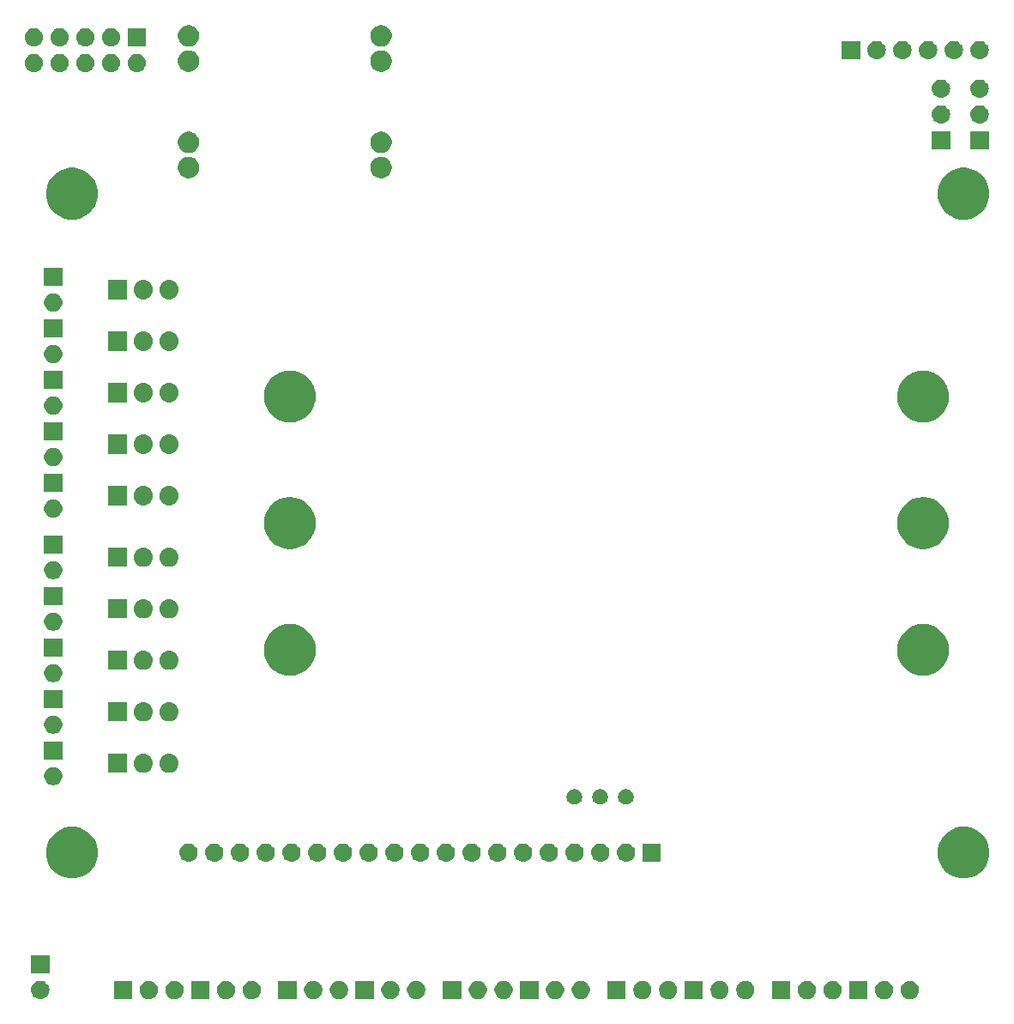
<source format=gbr>
G04 #@! TF.GenerationSoftware,KiCad,Pcbnew,6.0.0-rc1-unknown-59b0f55~66~ubuntu18.04.1*
G04 #@! TF.CreationDate,2018-12-02T19:46:27+01:00
G04 #@! TF.ProjectId,FloorHeatingCentral,466c6f6f-7248-4656-9174-696e6743656e,rev?*
G04 #@! TF.SameCoordinates,Original*
G04 #@! TF.FileFunction,Soldermask,Bot*
G04 #@! TF.FilePolarity,Negative*
%FSLAX46Y46*%
G04 Gerber Fmt 4.6, Leading zero omitted, Abs format (unit mm)*
G04 Created by KiCad (PCBNEW 6.0.0-rc1-unknown-59b0f55~66~ubuntu18.04.1) date So 02 Dez 2018 19:46:27 CET*
%MOMM*%
%LPD*%
G01*
G04 APERTURE LIST*
%ADD10C,0.100000*%
G04 APERTURE END LIST*
D10*
G36*
X188952812Y-145183624D02*
X189116784Y-145251544D01*
X189264354Y-145350147D01*
X189389853Y-145475646D01*
X189488456Y-145623216D01*
X189556376Y-145787188D01*
X189591000Y-145961259D01*
X189591000Y-146138741D01*
X189556376Y-146312812D01*
X189488456Y-146476784D01*
X189389853Y-146624354D01*
X189264354Y-146749853D01*
X189116784Y-146848456D01*
X188952812Y-146916376D01*
X188778741Y-146951000D01*
X188601259Y-146951000D01*
X188427188Y-146916376D01*
X188263216Y-146848456D01*
X188115646Y-146749853D01*
X187990147Y-146624354D01*
X187891544Y-146476784D01*
X187823624Y-146312812D01*
X187789000Y-146138741D01*
X187789000Y-145961259D01*
X187823624Y-145787188D01*
X187891544Y-145623216D01*
X187990147Y-145475646D01*
X188115646Y-145350147D01*
X188263216Y-145251544D01*
X188427188Y-145183624D01*
X188601259Y-145149000D01*
X188778741Y-145149000D01*
X188952812Y-145183624D01*
X188952812Y-145183624D01*
G37*
G36*
X140232812Y-145183624D02*
X140396784Y-145251544D01*
X140544354Y-145350147D01*
X140669853Y-145475646D01*
X140768456Y-145623216D01*
X140836376Y-145787188D01*
X140871000Y-145961259D01*
X140871000Y-146138741D01*
X140836376Y-146312812D01*
X140768456Y-146476784D01*
X140669853Y-146624354D01*
X140544354Y-146749853D01*
X140396784Y-146848456D01*
X140232812Y-146916376D01*
X140058741Y-146951000D01*
X139881259Y-146951000D01*
X139707188Y-146916376D01*
X139543216Y-146848456D01*
X139395646Y-146749853D01*
X139270147Y-146624354D01*
X139171544Y-146476784D01*
X139103624Y-146312812D01*
X139069000Y-146138741D01*
X139069000Y-145961259D01*
X139103624Y-145787188D01*
X139171544Y-145623216D01*
X139270147Y-145475646D01*
X139395646Y-145350147D01*
X139543216Y-145251544D01*
X139707188Y-145183624D01*
X139881259Y-145149000D01*
X140058741Y-145149000D01*
X140232812Y-145183624D01*
X140232812Y-145183624D01*
G37*
G36*
X181332812Y-145183624D02*
X181496784Y-145251544D01*
X181644354Y-145350147D01*
X181769853Y-145475646D01*
X181868456Y-145623216D01*
X181936376Y-145787188D01*
X181971000Y-145961259D01*
X181971000Y-146138741D01*
X181936376Y-146312812D01*
X181868456Y-146476784D01*
X181769853Y-146624354D01*
X181644354Y-146749853D01*
X181496784Y-146848456D01*
X181332812Y-146916376D01*
X181158741Y-146951000D01*
X180981259Y-146951000D01*
X180807188Y-146916376D01*
X180643216Y-146848456D01*
X180495646Y-146749853D01*
X180370147Y-146624354D01*
X180271544Y-146476784D01*
X180203624Y-146312812D01*
X180169000Y-146138741D01*
X180169000Y-145961259D01*
X180203624Y-145787188D01*
X180271544Y-145623216D01*
X180370147Y-145475646D01*
X180495646Y-145350147D01*
X180643216Y-145251544D01*
X180807188Y-145183624D01*
X180981259Y-145149000D01*
X181158741Y-145149000D01*
X181332812Y-145183624D01*
X181332812Y-145183624D01*
G37*
G36*
X178792812Y-145183624D02*
X178956784Y-145251544D01*
X179104354Y-145350147D01*
X179229853Y-145475646D01*
X179328456Y-145623216D01*
X179396376Y-145787188D01*
X179431000Y-145961259D01*
X179431000Y-146138741D01*
X179396376Y-146312812D01*
X179328456Y-146476784D01*
X179229853Y-146624354D01*
X179104354Y-146749853D01*
X178956784Y-146848456D01*
X178792812Y-146916376D01*
X178618741Y-146951000D01*
X178441259Y-146951000D01*
X178267188Y-146916376D01*
X178103216Y-146848456D01*
X177955646Y-146749853D01*
X177830147Y-146624354D01*
X177731544Y-146476784D01*
X177663624Y-146312812D01*
X177629000Y-146138741D01*
X177629000Y-145961259D01*
X177663624Y-145787188D01*
X177731544Y-145623216D01*
X177830147Y-145475646D01*
X177955646Y-145350147D01*
X178103216Y-145251544D01*
X178267188Y-145183624D01*
X178441259Y-145149000D01*
X178618741Y-145149000D01*
X178792812Y-145183624D01*
X178792812Y-145183624D01*
G37*
G36*
X176891000Y-146951000D02*
X175089000Y-146951000D01*
X175089000Y-145149000D01*
X176891000Y-145149000D01*
X176891000Y-146951000D01*
X176891000Y-146951000D01*
G37*
G36*
X172712812Y-145183624D02*
X172876784Y-145251544D01*
X173024354Y-145350147D01*
X173149853Y-145475646D01*
X173248456Y-145623216D01*
X173316376Y-145787188D01*
X173351000Y-145961259D01*
X173351000Y-146138741D01*
X173316376Y-146312812D01*
X173248456Y-146476784D01*
X173149853Y-146624354D01*
X173024354Y-146749853D01*
X172876784Y-146848456D01*
X172712812Y-146916376D01*
X172538741Y-146951000D01*
X172361259Y-146951000D01*
X172187188Y-146916376D01*
X172023216Y-146848456D01*
X171875646Y-146749853D01*
X171750147Y-146624354D01*
X171651544Y-146476784D01*
X171583624Y-146312812D01*
X171549000Y-146138741D01*
X171549000Y-145961259D01*
X171583624Y-145787188D01*
X171651544Y-145623216D01*
X171750147Y-145475646D01*
X171875646Y-145350147D01*
X172023216Y-145251544D01*
X172187188Y-145183624D01*
X172361259Y-145149000D01*
X172538741Y-145149000D01*
X172712812Y-145183624D01*
X172712812Y-145183624D01*
G37*
G36*
X170172812Y-145183624D02*
X170336784Y-145251544D01*
X170484354Y-145350147D01*
X170609853Y-145475646D01*
X170708456Y-145623216D01*
X170776376Y-145787188D01*
X170811000Y-145961259D01*
X170811000Y-146138741D01*
X170776376Y-146312812D01*
X170708456Y-146476784D01*
X170609853Y-146624354D01*
X170484354Y-146749853D01*
X170336784Y-146848456D01*
X170172812Y-146916376D01*
X169998741Y-146951000D01*
X169821259Y-146951000D01*
X169647188Y-146916376D01*
X169483216Y-146848456D01*
X169335646Y-146749853D01*
X169210147Y-146624354D01*
X169111544Y-146476784D01*
X169043624Y-146312812D01*
X169009000Y-146138741D01*
X169009000Y-145961259D01*
X169043624Y-145787188D01*
X169111544Y-145623216D01*
X169210147Y-145475646D01*
X169335646Y-145350147D01*
X169483216Y-145251544D01*
X169647188Y-145183624D01*
X169821259Y-145149000D01*
X169998741Y-145149000D01*
X170172812Y-145183624D01*
X170172812Y-145183624D01*
G37*
G36*
X168271000Y-146951000D02*
X166469000Y-146951000D01*
X166469000Y-145149000D01*
X168271000Y-145149000D01*
X168271000Y-146951000D01*
X168271000Y-146951000D01*
G37*
G36*
X165092812Y-145183624D02*
X165256784Y-145251544D01*
X165404354Y-145350147D01*
X165529853Y-145475646D01*
X165628456Y-145623216D01*
X165696376Y-145787188D01*
X165731000Y-145961259D01*
X165731000Y-146138741D01*
X165696376Y-146312812D01*
X165628456Y-146476784D01*
X165529853Y-146624354D01*
X165404354Y-146749853D01*
X165256784Y-146848456D01*
X165092812Y-146916376D01*
X164918741Y-146951000D01*
X164741259Y-146951000D01*
X164567188Y-146916376D01*
X164403216Y-146848456D01*
X164255646Y-146749853D01*
X164130147Y-146624354D01*
X164031544Y-146476784D01*
X163963624Y-146312812D01*
X163929000Y-146138741D01*
X163929000Y-145961259D01*
X163963624Y-145787188D01*
X164031544Y-145623216D01*
X164130147Y-145475646D01*
X164255646Y-145350147D01*
X164403216Y-145251544D01*
X164567188Y-145183624D01*
X164741259Y-145149000D01*
X164918741Y-145149000D01*
X165092812Y-145183624D01*
X165092812Y-145183624D01*
G37*
G36*
X162552812Y-145183624D02*
X162716784Y-145251544D01*
X162864354Y-145350147D01*
X162989853Y-145475646D01*
X163088456Y-145623216D01*
X163156376Y-145787188D01*
X163191000Y-145961259D01*
X163191000Y-146138741D01*
X163156376Y-146312812D01*
X163088456Y-146476784D01*
X162989853Y-146624354D01*
X162864354Y-146749853D01*
X162716784Y-146848456D01*
X162552812Y-146916376D01*
X162378741Y-146951000D01*
X162201259Y-146951000D01*
X162027188Y-146916376D01*
X161863216Y-146848456D01*
X161715646Y-146749853D01*
X161590147Y-146624354D01*
X161491544Y-146476784D01*
X161423624Y-146312812D01*
X161389000Y-146138741D01*
X161389000Y-145961259D01*
X161423624Y-145787188D01*
X161491544Y-145623216D01*
X161590147Y-145475646D01*
X161715646Y-145350147D01*
X161863216Y-145251544D01*
X162027188Y-145183624D01*
X162201259Y-145149000D01*
X162378741Y-145149000D01*
X162552812Y-145183624D01*
X162552812Y-145183624D01*
G37*
G36*
X160651000Y-146951000D02*
X158849000Y-146951000D01*
X158849000Y-145149000D01*
X160651000Y-145149000D01*
X160651000Y-146951000D01*
X160651000Y-146951000D01*
G37*
G36*
X156472812Y-145183624D02*
X156636784Y-145251544D01*
X156784354Y-145350147D01*
X156909853Y-145475646D01*
X157008456Y-145623216D01*
X157076376Y-145787188D01*
X157111000Y-145961259D01*
X157111000Y-146138741D01*
X157076376Y-146312812D01*
X157008456Y-146476784D01*
X156909853Y-146624354D01*
X156784354Y-146749853D01*
X156636784Y-146848456D01*
X156472812Y-146916376D01*
X156298741Y-146951000D01*
X156121259Y-146951000D01*
X155947188Y-146916376D01*
X155783216Y-146848456D01*
X155635646Y-146749853D01*
X155510147Y-146624354D01*
X155411544Y-146476784D01*
X155343624Y-146312812D01*
X155309000Y-146138741D01*
X155309000Y-145961259D01*
X155343624Y-145787188D01*
X155411544Y-145623216D01*
X155510147Y-145475646D01*
X155635646Y-145350147D01*
X155783216Y-145251544D01*
X155947188Y-145183624D01*
X156121259Y-145149000D01*
X156298741Y-145149000D01*
X156472812Y-145183624D01*
X156472812Y-145183624D01*
G37*
G36*
X153932812Y-145183624D02*
X154096784Y-145251544D01*
X154244354Y-145350147D01*
X154369853Y-145475646D01*
X154468456Y-145623216D01*
X154536376Y-145787188D01*
X154571000Y-145961259D01*
X154571000Y-146138741D01*
X154536376Y-146312812D01*
X154468456Y-146476784D01*
X154369853Y-146624354D01*
X154244354Y-146749853D01*
X154096784Y-146848456D01*
X153932812Y-146916376D01*
X153758741Y-146951000D01*
X153581259Y-146951000D01*
X153407188Y-146916376D01*
X153243216Y-146848456D01*
X153095646Y-146749853D01*
X152970147Y-146624354D01*
X152871544Y-146476784D01*
X152803624Y-146312812D01*
X152769000Y-146138741D01*
X152769000Y-145961259D01*
X152803624Y-145787188D01*
X152871544Y-145623216D01*
X152970147Y-145475646D01*
X153095646Y-145350147D01*
X153243216Y-145251544D01*
X153407188Y-145183624D01*
X153581259Y-145149000D01*
X153758741Y-145149000D01*
X153932812Y-145183624D01*
X153932812Y-145183624D01*
G37*
G36*
X152031000Y-146951000D02*
X150229000Y-146951000D01*
X150229000Y-145149000D01*
X152031000Y-145149000D01*
X152031000Y-146951000D01*
X152031000Y-146951000D01*
G37*
G36*
X148852812Y-145183624D02*
X149016784Y-145251544D01*
X149164354Y-145350147D01*
X149289853Y-145475646D01*
X149388456Y-145623216D01*
X149456376Y-145787188D01*
X149491000Y-145961259D01*
X149491000Y-146138741D01*
X149456376Y-146312812D01*
X149388456Y-146476784D01*
X149289853Y-146624354D01*
X149164354Y-146749853D01*
X149016784Y-146848456D01*
X148852812Y-146916376D01*
X148678741Y-146951000D01*
X148501259Y-146951000D01*
X148327188Y-146916376D01*
X148163216Y-146848456D01*
X148015646Y-146749853D01*
X147890147Y-146624354D01*
X147791544Y-146476784D01*
X147723624Y-146312812D01*
X147689000Y-146138741D01*
X147689000Y-145961259D01*
X147723624Y-145787188D01*
X147791544Y-145623216D01*
X147890147Y-145475646D01*
X148015646Y-145350147D01*
X148163216Y-145251544D01*
X148327188Y-145183624D01*
X148501259Y-145149000D01*
X148678741Y-145149000D01*
X148852812Y-145183624D01*
X148852812Y-145183624D01*
G37*
G36*
X146312812Y-145183624D02*
X146476784Y-145251544D01*
X146624354Y-145350147D01*
X146749853Y-145475646D01*
X146848456Y-145623216D01*
X146916376Y-145787188D01*
X146951000Y-145961259D01*
X146951000Y-146138741D01*
X146916376Y-146312812D01*
X146848456Y-146476784D01*
X146749853Y-146624354D01*
X146624354Y-146749853D01*
X146476784Y-146848456D01*
X146312812Y-146916376D01*
X146138741Y-146951000D01*
X145961259Y-146951000D01*
X145787188Y-146916376D01*
X145623216Y-146848456D01*
X145475646Y-146749853D01*
X145350147Y-146624354D01*
X145251544Y-146476784D01*
X145183624Y-146312812D01*
X145149000Y-146138741D01*
X145149000Y-145961259D01*
X145183624Y-145787188D01*
X145251544Y-145623216D01*
X145350147Y-145475646D01*
X145475646Y-145350147D01*
X145623216Y-145251544D01*
X145787188Y-145183624D01*
X145961259Y-145149000D01*
X146138741Y-145149000D01*
X146312812Y-145183624D01*
X146312812Y-145183624D01*
G37*
G36*
X184511000Y-146951000D02*
X182709000Y-146951000D01*
X182709000Y-145149000D01*
X184511000Y-145149000D01*
X184511000Y-146951000D01*
X184511000Y-146951000D01*
G37*
G36*
X144411000Y-146951000D02*
X142609000Y-146951000D01*
X142609000Y-145149000D01*
X144411000Y-145149000D01*
X144411000Y-146951000D01*
X144411000Y-146951000D01*
G37*
G36*
X186412812Y-145183624D02*
X186576784Y-145251544D01*
X186724354Y-145350147D01*
X186849853Y-145475646D01*
X186948456Y-145623216D01*
X187016376Y-145787188D01*
X187051000Y-145961259D01*
X187051000Y-146138741D01*
X187016376Y-146312812D01*
X186948456Y-146476784D01*
X186849853Y-146624354D01*
X186724354Y-146749853D01*
X186576784Y-146848456D01*
X186412812Y-146916376D01*
X186238741Y-146951000D01*
X186061259Y-146951000D01*
X185887188Y-146916376D01*
X185723216Y-146848456D01*
X185575646Y-146749853D01*
X185450147Y-146624354D01*
X185351544Y-146476784D01*
X185283624Y-146312812D01*
X185249000Y-146138741D01*
X185249000Y-145961259D01*
X185283624Y-145787188D01*
X185351544Y-145623216D01*
X185450147Y-145475646D01*
X185575646Y-145350147D01*
X185723216Y-145251544D01*
X185887188Y-145183624D01*
X186061259Y-145149000D01*
X186238741Y-145149000D01*
X186412812Y-145183624D01*
X186412812Y-145183624D01*
G37*
G36*
X102980443Y-145155519D02*
X103046627Y-145162037D01*
X103159853Y-145196384D01*
X103216467Y-145213557D01*
X103355087Y-145287652D01*
X103372991Y-145297222D01*
X103408729Y-145326552D01*
X103510186Y-145409814D01*
X103593448Y-145511271D01*
X103622778Y-145547009D01*
X103622779Y-145547011D01*
X103706443Y-145703533D01*
X103706443Y-145703534D01*
X103757963Y-145873373D01*
X103775359Y-146050000D01*
X103757963Y-146226627D01*
X103731819Y-146312812D01*
X103706443Y-146396467D01*
X103663513Y-146476782D01*
X103622778Y-146552991D01*
X103593448Y-146588729D01*
X103510186Y-146690186D01*
X103437480Y-146749853D01*
X103372991Y-146802778D01*
X103372989Y-146802779D01*
X103216467Y-146886443D01*
X103159853Y-146903616D01*
X103046627Y-146937963D01*
X102980442Y-146944482D01*
X102914260Y-146951000D01*
X102825740Y-146951000D01*
X102759558Y-146944482D01*
X102693373Y-146937963D01*
X102580147Y-146903616D01*
X102523533Y-146886443D01*
X102367011Y-146802779D01*
X102367009Y-146802778D01*
X102302520Y-146749853D01*
X102229814Y-146690186D01*
X102146552Y-146588729D01*
X102117222Y-146552991D01*
X102076487Y-146476782D01*
X102033557Y-146396467D01*
X102008181Y-146312812D01*
X101982037Y-146226627D01*
X101964641Y-146050000D01*
X101982037Y-145873373D01*
X102033557Y-145703534D01*
X102033557Y-145703533D01*
X102117221Y-145547011D01*
X102117222Y-145547009D01*
X102146552Y-145511271D01*
X102229814Y-145409814D01*
X102331271Y-145326552D01*
X102367009Y-145297222D01*
X102384913Y-145287652D01*
X102523533Y-145213557D01*
X102580147Y-145196384D01*
X102693373Y-145162037D01*
X102759557Y-145155519D01*
X102825740Y-145149000D01*
X102914260Y-145149000D01*
X102980443Y-145155519D01*
X102980443Y-145155519D01*
G37*
G36*
X116372812Y-145183624D02*
X116536784Y-145251544D01*
X116684354Y-145350147D01*
X116809853Y-145475646D01*
X116908456Y-145623216D01*
X116976376Y-145787188D01*
X117011000Y-145961259D01*
X117011000Y-146138741D01*
X116976376Y-146312812D01*
X116908456Y-146476784D01*
X116809853Y-146624354D01*
X116684354Y-146749853D01*
X116536784Y-146848456D01*
X116372812Y-146916376D01*
X116198741Y-146951000D01*
X116021259Y-146951000D01*
X115847188Y-146916376D01*
X115683216Y-146848456D01*
X115535646Y-146749853D01*
X115410147Y-146624354D01*
X115311544Y-146476784D01*
X115243624Y-146312812D01*
X115209000Y-146138741D01*
X115209000Y-145961259D01*
X115243624Y-145787188D01*
X115311544Y-145623216D01*
X115410147Y-145475646D01*
X115535646Y-145350147D01*
X115683216Y-145251544D01*
X115847188Y-145183624D01*
X116021259Y-145149000D01*
X116198741Y-145149000D01*
X116372812Y-145183624D01*
X116372812Y-145183624D01*
G37*
G36*
X113832812Y-145183624D02*
X113996784Y-145251544D01*
X114144354Y-145350147D01*
X114269853Y-145475646D01*
X114368456Y-145623216D01*
X114436376Y-145787188D01*
X114471000Y-145961259D01*
X114471000Y-146138741D01*
X114436376Y-146312812D01*
X114368456Y-146476784D01*
X114269853Y-146624354D01*
X114144354Y-146749853D01*
X113996784Y-146848456D01*
X113832812Y-146916376D01*
X113658741Y-146951000D01*
X113481259Y-146951000D01*
X113307188Y-146916376D01*
X113143216Y-146848456D01*
X112995646Y-146749853D01*
X112870147Y-146624354D01*
X112771544Y-146476784D01*
X112703624Y-146312812D01*
X112669000Y-146138741D01*
X112669000Y-145961259D01*
X112703624Y-145787188D01*
X112771544Y-145623216D01*
X112870147Y-145475646D01*
X112995646Y-145350147D01*
X113143216Y-145251544D01*
X113307188Y-145183624D01*
X113481259Y-145149000D01*
X113658741Y-145149000D01*
X113832812Y-145183624D01*
X113832812Y-145183624D01*
G37*
G36*
X111931000Y-146951000D02*
X110129000Y-146951000D01*
X110129000Y-145149000D01*
X111931000Y-145149000D01*
X111931000Y-146951000D01*
X111931000Y-146951000D01*
G37*
G36*
X123992812Y-145183624D02*
X124156784Y-145251544D01*
X124304354Y-145350147D01*
X124429853Y-145475646D01*
X124528456Y-145623216D01*
X124596376Y-145787188D01*
X124631000Y-145961259D01*
X124631000Y-146138741D01*
X124596376Y-146312812D01*
X124528456Y-146476784D01*
X124429853Y-146624354D01*
X124304354Y-146749853D01*
X124156784Y-146848456D01*
X123992812Y-146916376D01*
X123818741Y-146951000D01*
X123641259Y-146951000D01*
X123467188Y-146916376D01*
X123303216Y-146848456D01*
X123155646Y-146749853D01*
X123030147Y-146624354D01*
X122931544Y-146476784D01*
X122863624Y-146312812D01*
X122829000Y-146138741D01*
X122829000Y-145961259D01*
X122863624Y-145787188D01*
X122931544Y-145623216D01*
X123030147Y-145475646D01*
X123155646Y-145350147D01*
X123303216Y-145251544D01*
X123467188Y-145183624D01*
X123641259Y-145149000D01*
X123818741Y-145149000D01*
X123992812Y-145183624D01*
X123992812Y-145183624D01*
G37*
G36*
X119551000Y-146951000D02*
X117749000Y-146951000D01*
X117749000Y-145149000D01*
X119551000Y-145149000D01*
X119551000Y-146951000D01*
X119551000Y-146951000D01*
G37*
G36*
X137692812Y-145183624D02*
X137856784Y-145251544D01*
X138004354Y-145350147D01*
X138129853Y-145475646D01*
X138228456Y-145623216D01*
X138296376Y-145787188D01*
X138331000Y-145961259D01*
X138331000Y-146138741D01*
X138296376Y-146312812D01*
X138228456Y-146476784D01*
X138129853Y-146624354D01*
X138004354Y-146749853D01*
X137856784Y-146848456D01*
X137692812Y-146916376D01*
X137518741Y-146951000D01*
X137341259Y-146951000D01*
X137167188Y-146916376D01*
X137003216Y-146848456D01*
X136855646Y-146749853D01*
X136730147Y-146624354D01*
X136631544Y-146476784D01*
X136563624Y-146312812D01*
X136529000Y-146138741D01*
X136529000Y-145961259D01*
X136563624Y-145787188D01*
X136631544Y-145623216D01*
X136730147Y-145475646D01*
X136855646Y-145350147D01*
X137003216Y-145251544D01*
X137167188Y-145183624D01*
X137341259Y-145149000D01*
X137518741Y-145149000D01*
X137692812Y-145183624D01*
X137692812Y-145183624D01*
G37*
G36*
X135791000Y-146951000D02*
X133989000Y-146951000D01*
X133989000Y-145149000D01*
X135791000Y-145149000D01*
X135791000Y-146951000D01*
X135791000Y-146951000D01*
G37*
G36*
X132612812Y-145183624D02*
X132776784Y-145251544D01*
X132924354Y-145350147D01*
X133049853Y-145475646D01*
X133148456Y-145623216D01*
X133216376Y-145787188D01*
X133251000Y-145961259D01*
X133251000Y-146138741D01*
X133216376Y-146312812D01*
X133148456Y-146476784D01*
X133049853Y-146624354D01*
X132924354Y-146749853D01*
X132776784Y-146848456D01*
X132612812Y-146916376D01*
X132438741Y-146951000D01*
X132261259Y-146951000D01*
X132087188Y-146916376D01*
X131923216Y-146848456D01*
X131775646Y-146749853D01*
X131650147Y-146624354D01*
X131551544Y-146476784D01*
X131483624Y-146312812D01*
X131449000Y-146138741D01*
X131449000Y-145961259D01*
X131483624Y-145787188D01*
X131551544Y-145623216D01*
X131650147Y-145475646D01*
X131775646Y-145350147D01*
X131923216Y-145251544D01*
X132087188Y-145183624D01*
X132261259Y-145149000D01*
X132438741Y-145149000D01*
X132612812Y-145183624D01*
X132612812Y-145183624D01*
G37*
G36*
X130072812Y-145183624D02*
X130236784Y-145251544D01*
X130384354Y-145350147D01*
X130509853Y-145475646D01*
X130608456Y-145623216D01*
X130676376Y-145787188D01*
X130711000Y-145961259D01*
X130711000Y-146138741D01*
X130676376Y-146312812D01*
X130608456Y-146476784D01*
X130509853Y-146624354D01*
X130384354Y-146749853D01*
X130236784Y-146848456D01*
X130072812Y-146916376D01*
X129898741Y-146951000D01*
X129721259Y-146951000D01*
X129547188Y-146916376D01*
X129383216Y-146848456D01*
X129235646Y-146749853D01*
X129110147Y-146624354D01*
X129011544Y-146476784D01*
X128943624Y-146312812D01*
X128909000Y-146138741D01*
X128909000Y-145961259D01*
X128943624Y-145787188D01*
X129011544Y-145623216D01*
X129110147Y-145475646D01*
X129235646Y-145350147D01*
X129383216Y-145251544D01*
X129547188Y-145183624D01*
X129721259Y-145149000D01*
X129898741Y-145149000D01*
X130072812Y-145183624D01*
X130072812Y-145183624D01*
G37*
G36*
X128171000Y-146951000D02*
X126369000Y-146951000D01*
X126369000Y-145149000D01*
X128171000Y-145149000D01*
X128171000Y-146951000D01*
X128171000Y-146951000D01*
G37*
G36*
X121452812Y-145183624D02*
X121616784Y-145251544D01*
X121764354Y-145350147D01*
X121889853Y-145475646D01*
X121988456Y-145623216D01*
X122056376Y-145787188D01*
X122091000Y-145961259D01*
X122091000Y-146138741D01*
X122056376Y-146312812D01*
X121988456Y-146476784D01*
X121889853Y-146624354D01*
X121764354Y-146749853D01*
X121616784Y-146848456D01*
X121452812Y-146916376D01*
X121278741Y-146951000D01*
X121101259Y-146951000D01*
X120927188Y-146916376D01*
X120763216Y-146848456D01*
X120615646Y-146749853D01*
X120490147Y-146624354D01*
X120391544Y-146476784D01*
X120323624Y-146312812D01*
X120289000Y-146138741D01*
X120289000Y-145961259D01*
X120323624Y-145787188D01*
X120391544Y-145623216D01*
X120490147Y-145475646D01*
X120615646Y-145350147D01*
X120763216Y-145251544D01*
X120927188Y-145183624D01*
X121101259Y-145149000D01*
X121278741Y-145149000D01*
X121452812Y-145183624D01*
X121452812Y-145183624D01*
G37*
G36*
X103771000Y-144411000D02*
X101969000Y-144411000D01*
X101969000Y-142609000D01*
X103771000Y-142609000D01*
X103771000Y-144411000D01*
X103771000Y-144411000D01*
G37*
G36*
X106744096Y-130047033D02*
X106744098Y-130047034D01*
X106744099Y-130047034D01*
X107208352Y-130239333D01*
X107624284Y-130517250D01*
X107626171Y-130518511D01*
X107981489Y-130873829D01*
X107981491Y-130873832D01*
X108260667Y-131291648D01*
X108449700Y-131748016D01*
X108452967Y-131755904D01*
X108551000Y-132248747D01*
X108551000Y-132751253D01*
X108531903Y-132847261D01*
X108452966Y-133244099D01*
X108260667Y-133708352D01*
X107982750Y-134124284D01*
X107981489Y-134126171D01*
X107626171Y-134481489D01*
X107626168Y-134481491D01*
X107208352Y-134760667D01*
X106744099Y-134952966D01*
X106744098Y-134952966D01*
X106744096Y-134952967D01*
X106251253Y-135051000D01*
X105748747Y-135051000D01*
X105255904Y-134952967D01*
X105255902Y-134952966D01*
X105255901Y-134952966D01*
X104791648Y-134760667D01*
X104373832Y-134481491D01*
X104373829Y-134481489D01*
X104018511Y-134126171D01*
X104017250Y-134124284D01*
X103739333Y-133708352D01*
X103547034Y-133244099D01*
X103468098Y-132847261D01*
X103449000Y-132751253D01*
X103449000Y-132248747D01*
X103547033Y-131755904D01*
X103550300Y-131748016D01*
X103739333Y-131291648D01*
X104018509Y-130873832D01*
X104018511Y-130873829D01*
X104373829Y-130518511D01*
X104375716Y-130517250D01*
X104791648Y-130239333D01*
X105255901Y-130047034D01*
X105255902Y-130047034D01*
X105255904Y-130047033D01*
X105748747Y-129949000D01*
X106251253Y-129949000D01*
X106744096Y-130047033D01*
X106744096Y-130047033D01*
G37*
G36*
X194744096Y-130047033D02*
X194744098Y-130047034D01*
X194744099Y-130047034D01*
X195208352Y-130239333D01*
X195624284Y-130517250D01*
X195626171Y-130518511D01*
X195981489Y-130873829D01*
X195981491Y-130873832D01*
X196260667Y-131291648D01*
X196449700Y-131748016D01*
X196452967Y-131755904D01*
X196551000Y-132248747D01*
X196551000Y-132751253D01*
X196531903Y-132847261D01*
X196452966Y-133244099D01*
X196260667Y-133708352D01*
X195982750Y-134124284D01*
X195981489Y-134126171D01*
X195626171Y-134481489D01*
X195626168Y-134481491D01*
X195208352Y-134760667D01*
X194744099Y-134952966D01*
X194744098Y-134952966D01*
X194744096Y-134952967D01*
X194251253Y-135051000D01*
X193748747Y-135051000D01*
X193255904Y-134952967D01*
X193255902Y-134952966D01*
X193255901Y-134952966D01*
X192791648Y-134760667D01*
X192373832Y-134481491D01*
X192373829Y-134481489D01*
X192018511Y-134126171D01*
X192017250Y-134124284D01*
X191739333Y-133708352D01*
X191547034Y-133244099D01*
X191468098Y-132847261D01*
X191449000Y-132751253D01*
X191449000Y-132248747D01*
X191547033Y-131755904D01*
X191550300Y-131748016D01*
X191739333Y-131291648D01*
X192018509Y-130873832D01*
X192018511Y-130873829D01*
X192373829Y-130518511D01*
X192375716Y-130517250D01*
X192791648Y-130239333D01*
X193255901Y-130047034D01*
X193255902Y-130047034D01*
X193255904Y-130047033D01*
X193748747Y-129949000D01*
X194251253Y-129949000D01*
X194744096Y-130047033D01*
X194744096Y-130047033D01*
G37*
G36*
X143010443Y-131606313D02*
X143076627Y-131612831D01*
X143189853Y-131647178D01*
X143246467Y-131664351D01*
X143385087Y-131738446D01*
X143402991Y-131748016D01*
X143412602Y-131755904D01*
X143540186Y-131860608D01*
X143623448Y-131962065D01*
X143652778Y-131997803D01*
X143652779Y-131997805D01*
X143736443Y-132154327D01*
X143736443Y-132154328D01*
X143787963Y-132324167D01*
X143805359Y-132500794D01*
X143787963Y-132677421D01*
X143765566Y-132751253D01*
X143736443Y-132847261D01*
X143662348Y-132985881D01*
X143652778Y-133003785D01*
X143623448Y-133039523D01*
X143540186Y-133140980D01*
X143438729Y-133224242D01*
X143402991Y-133253572D01*
X143402989Y-133253573D01*
X143246467Y-133337237D01*
X143189853Y-133354410D01*
X143076627Y-133388757D01*
X143010442Y-133395276D01*
X142944260Y-133401794D01*
X142855740Y-133401794D01*
X142789558Y-133395276D01*
X142723373Y-133388757D01*
X142610147Y-133354410D01*
X142553533Y-133337237D01*
X142397011Y-133253573D01*
X142397009Y-133253572D01*
X142361271Y-133224242D01*
X142259814Y-133140980D01*
X142176552Y-133039523D01*
X142147222Y-133003785D01*
X142137652Y-132985881D01*
X142063557Y-132847261D01*
X142034434Y-132751253D01*
X142012037Y-132677421D01*
X141994641Y-132500794D01*
X142012037Y-132324167D01*
X142063557Y-132154328D01*
X142063557Y-132154327D01*
X142147221Y-131997805D01*
X142147222Y-131997803D01*
X142176552Y-131962065D01*
X142259814Y-131860608D01*
X142387398Y-131755904D01*
X142397009Y-131748016D01*
X142414913Y-131738446D01*
X142553533Y-131664351D01*
X142610147Y-131647178D01*
X142723373Y-131612831D01*
X142789557Y-131606313D01*
X142855740Y-131599794D01*
X142944260Y-131599794D01*
X143010443Y-131606313D01*
X143010443Y-131606313D01*
G37*
G36*
X164121000Y-133401794D02*
X162319000Y-133401794D01*
X162319000Y-131599794D01*
X164121000Y-131599794D01*
X164121000Y-133401794D01*
X164121000Y-133401794D01*
G37*
G36*
X160790443Y-131606313D02*
X160856627Y-131612831D01*
X160969853Y-131647178D01*
X161026467Y-131664351D01*
X161165087Y-131738446D01*
X161182991Y-131748016D01*
X161192602Y-131755904D01*
X161320186Y-131860608D01*
X161403448Y-131962065D01*
X161432778Y-131997803D01*
X161432779Y-131997805D01*
X161516443Y-132154327D01*
X161516443Y-132154328D01*
X161567963Y-132324167D01*
X161585359Y-132500794D01*
X161567963Y-132677421D01*
X161545566Y-132751253D01*
X161516443Y-132847261D01*
X161442348Y-132985881D01*
X161432778Y-133003785D01*
X161403448Y-133039523D01*
X161320186Y-133140980D01*
X161218729Y-133224242D01*
X161182991Y-133253572D01*
X161182989Y-133253573D01*
X161026467Y-133337237D01*
X160969853Y-133354410D01*
X160856627Y-133388757D01*
X160790442Y-133395276D01*
X160724260Y-133401794D01*
X160635740Y-133401794D01*
X160569558Y-133395276D01*
X160503373Y-133388757D01*
X160390147Y-133354410D01*
X160333533Y-133337237D01*
X160177011Y-133253573D01*
X160177009Y-133253572D01*
X160141271Y-133224242D01*
X160039814Y-133140980D01*
X159956552Y-133039523D01*
X159927222Y-133003785D01*
X159917652Y-132985881D01*
X159843557Y-132847261D01*
X159814434Y-132751253D01*
X159792037Y-132677421D01*
X159774641Y-132500794D01*
X159792037Y-132324167D01*
X159843557Y-132154328D01*
X159843557Y-132154327D01*
X159927221Y-131997805D01*
X159927222Y-131997803D01*
X159956552Y-131962065D01*
X160039814Y-131860608D01*
X160167398Y-131755904D01*
X160177009Y-131748016D01*
X160194913Y-131738446D01*
X160333533Y-131664351D01*
X160390147Y-131647178D01*
X160503373Y-131612831D01*
X160569557Y-131606313D01*
X160635740Y-131599794D01*
X160724260Y-131599794D01*
X160790443Y-131606313D01*
X160790443Y-131606313D01*
G37*
G36*
X158250443Y-131606313D02*
X158316627Y-131612831D01*
X158429853Y-131647178D01*
X158486467Y-131664351D01*
X158625087Y-131738446D01*
X158642991Y-131748016D01*
X158652602Y-131755904D01*
X158780186Y-131860608D01*
X158863448Y-131962065D01*
X158892778Y-131997803D01*
X158892779Y-131997805D01*
X158976443Y-132154327D01*
X158976443Y-132154328D01*
X159027963Y-132324167D01*
X159045359Y-132500794D01*
X159027963Y-132677421D01*
X159005566Y-132751253D01*
X158976443Y-132847261D01*
X158902348Y-132985881D01*
X158892778Y-133003785D01*
X158863448Y-133039523D01*
X158780186Y-133140980D01*
X158678729Y-133224242D01*
X158642991Y-133253572D01*
X158642989Y-133253573D01*
X158486467Y-133337237D01*
X158429853Y-133354410D01*
X158316627Y-133388757D01*
X158250442Y-133395276D01*
X158184260Y-133401794D01*
X158095740Y-133401794D01*
X158029558Y-133395276D01*
X157963373Y-133388757D01*
X157850147Y-133354410D01*
X157793533Y-133337237D01*
X157637011Y-133253573D01*
X157637009Y-133253572D01*
X157601271Y-133224242D01*
X157499814Y-133140980D01*
X157416552Y-133039523D01*
X157387222Y-133003785D01*
X157377652Y-132985881D01*
X157303557Y-132847261D01*
X157274434Y-132751253D01*
X157252037Y-132677421D01*
X157234641Y-132500794D01*
X157252037Y-132324167D01*
X157303557Y-132154328D01*
X157303557Y-132154327D01*
X157387221Y-131997805D01*
X157387222Y-131997803D01*
X157416552Y-131962065D01*
X157499814Y-131860608D01*
X157627398Y-131755904D01*
X157637009Y-131748016D01*
X157654913Y-131738446D01*
X157793533Y-131664351D01*
X157850147Y-131647178D01*
X157963373Y-131612831D01*
X158029557Y-131606313D01*
X158095740Y-131599794D01*
X158184260Y-131599794D01*
X158250443Y-131606313D01*
X158250443Y-131606313D01*
G37*
G36*
X155710443Y-131606313D02*
X155776627Y-131612831D01*
X155889853Y-131647178D01*
X155946467Y-131664351D01*
X156085087Y-131738446D01*
X156102991Y-131748016D01*
X156112602Y-131755904D01*
X156240186Y-131860608D01*
X156323448Y-131962065D01*
X156352778Y-131997803D01*
X156352779Y-131997805D01*
X156436443Y-132154327D01*
X156436443Y-132154328D01*
X156487963Y-132324167D01*
X156505359Y-132500794D01*
X156487963Y-132677421D01*
X156465566Y-132751253D01*
X156436443Y-132847261D01*
X156362348Y-132985881D01*
X156352778Y-133003785D01*
X156323448Y-133039523D01*
X156240186Y-133140980D01*
X156138729Y-133224242D01*
X156102991Y-133253572D01*
X156102989Y-133253573D01*
X155946467Y-133337237D01*
X155889853Y-133354410D01*
X155776627Y-133388757D01*
X155710442Y-133395276D01*
X155644260Y-133401794D01*
X155555740Y-133401794D01*
X155489558Y-133395276D01*
X155423373Y-133388757D01*
X155310147Y-133354410D01*
X155253533Y-133337237D01*
X155097011Y-133253573D01*
X155097009Y-133253572D01*
X155061271Y-133224242D01*
X154959814Y-133140980D01*
X154876552Y-133039523D01*
X154847222Y-133003785D01*
X154837652Y-132985881D01*
X154763557Y-132847261D01*
X154734434Y-132751253D01*
X154712037Y-132677421D01*
X154694641Y-132500794D01*
X154712037Y-132324167D01*
X154763557Y-132154328D01*
X154763557Y-132154327D01*
X154847221Y-131997805D01*
X154847222Y-131997803D01*
X154876552Y-131962065D01*
X154959814Y-131860608D01*
X155087398Y-131755904D01*
X155097009Y-131748016D01*
X155114913Y-131738446D01*
X155253533Y-131664351D01*
X155310147Y-131647178D01*
X155423373Y-131612831D01*
X155489557Y-131606313D01*
X155555740Y-131599794D01*
X155644260Y-131599794D01*
X155710443Y-131606313D01*
X155710443Y-131606313D01*
G37*
G36*
X153170443Y-131606313D02*
X153236627Y-131612831D01*
X153349853Y-131647178D01*
X153406467Y-131664351D01*
X153545087Y-131738446D01*
X153562991Y-131748016D01*
X153572602Y-131755904D01*
X153700186Y-131860608D01*
X153783448Y-131962065D01*
X153812778Y-131997803D01*
X153812779Y-131997805D01*
X153896443Y-132154327D01*
X153896443Y-132154328D01*
X153947963Y-132324167D01*
X153965359Y-132500794D01*
X153947963Y-132677421D01*
X153925566Y-132751253D01*
X153896443Y-132847261D01*
X153822348Y-132985881D01*
X153812778Y-133003785D01*
X153783448Y-133039523D01*
X153700186Y-133140980D01*
X153598729Y-133224242D01*
X153562991Y-133253572D01*
X153562989Y-133253573D01*
X153406467Y-133337237D01*
X153349853Y-133354410D01*
X153236627Y-133388757D01*
X153170442Y-133395276D01*
X153104260Y-133401794D01*
X153015740Y-133401794D01*
X152949558Y-133395276D01*
X152883373Y-133388757D01*
X152770147Y-133354410D01*
X152713533Y-133337237D01*
X152557011Y-133253573D01*
X152557009Y-133253572D01*
X152521271Y-133224242D01*
X152419814Y-133140980D01*
X152336552Y-133039523D01*
X152307222Y-133003785D01*
X152297652Y-132985881D01*
X152223557Y-132847261D01*
X152194434Y-132751253D01*
X152172037Y-132677421D01*
X152154641Y-132500794D01*
X152172037Y-132324167D01*
X152223557Y-132154328D01*
X152223557Y-132154327D01*
X152307221Y-131997805D01*
X152307222Y-131997803D01*
X152336552Y-131962065D01*
X152419814Y-131860608D01*
X152547398Y-131755904D01*
X152557009Y-131748016D01*
X152574913Y-131738446D01*
X152713533Y-131664351D01*
X152770147Y-131647178D01*
X152883373Y-131612831D01*
X152949557Y-131606313D01*
X153015740Y-131599794D01*
X153104260Y-131599794D01*
X153170443Y-131606313D01*
X153170443Y-131606313D01*
G37*
G36*
X150630443Y-131606313D02*
X150696627Y-131612831D01*
X150809853Y-131647178D01*
X150866467Y-131664351D01*
X151005087Y-131738446D01*
X151022991Y-131748016D01*
X151032602Y-131755904D01*
X151160186Y-131860608D01*
X151243448Y-131962065D01*
X151272778Y-131997803D01*
X151272779Y-131997805D01*
X151356443Y-132154327D01*
X151356443Y-132154328D01*
X151407963Y-132324167D01*
X151425359Y-132500794D01*
X151407963Y-132677421D01*
X151385566Y-132751253D01*
X151356443Y-132847261D01*
X151282348Y-132985881D01*
X151272778Y-133003785D01*
X151243448Y-133039523D01*
X151160186Y-133140980D01*
X151058729Y-133224242D01*
X151022991Y-133253572D01*
X151022989Y-133253573D01*
X150866467Y-133337237D01*
X150809853Y-133354410D01*
X150696627Y-133388757D01*
X150630442Y-133395276D01*
X150564260Y-133401794D01*
X150475740Y-133401794D01*
X150409558Y-133395276D01*
X150343373Y-133388757D01*
X150230147Y-133354410D01*
X150173533Y-133337237D01*
X150017011Y-133253573D01*
X150017009Y-133253572D01*
X149981271Y-133224242D01*
X149879814Y-133140980D01*
X149796552Y-133039523D01*
X149767222Y-133003785D01*
X149757652Y-132985881D01*
X149683557Y-132847261D01*
X149654434Y-132751253D01*
X149632037Y-132677421D01*
X149614641Y-132500794D01*
X149632037Y-132324167D01*
X149683557Y-132154328D01*
X149683557Y-132154327D01*
X149767221Y-131997805D01*
X149767222Y-131997803D01*
X149796552Y-131962065D01*
X149879814Y-131860608D01*
X150007398Y-131755904D01*
X150017009Y-131748016D01*
X150034913Y-131738446D01*
X150173533Y-131664351D01*
X150230147Y-131647178D01*
X150343373Y-131612831D01*
X150409557Y-131606313D01*
X150475740Y-131599794D01*
X150564260Y-131599794D01*
X150630443Y-131606313D01*
X150630443Y-131606313D01*
G37*
G36*
X148090443Y-131606313D02*
X148156627Y-131612831D01*
X148269853Y-131647178D01*
X148326467Y-131664351D01*
X148465087Y-131738446D01*
X148482991Y-131748016D01*
X148492602Y-131755904D01*
X148620186Y-131860608D01*
X148703448Y-131962065D01*
X148732778Y-131997803D01*
X148732779Y-131997805D01*
X148816443Y-132154327D01*
X148816443Y-132154328D01*
X148867963Y-132324167D01*
X148885359Y-132500794D01*
X148867963Y-132677421D01*
X148845566Y-132751253D01*
X148816443Y-132847261D01*
X148742348Y-132985881D01*
X148732778Y-133003785D01*
X148703448Y-133039523D01*
X148620186Y-133140980D01*
X148518729Y-133224242D01*
X148482991Y-133253572D01*
X148482989Y-133253573D01*
X148326467Y-133337237D01*
X148269853Y-133354410D01*
X148156627Y-133388757D01*
X148090442Y-133395276D01*
X148024260Y-133401794D01*
X147935740Y-133401794D01*
X147869558Y-133395276D01*
X147803373Y-133388757D01*
X147690147Y-133354410D01*
X147633533Y-133337237D01*
X147477011Y-133253573D01*
X147477009Y-133253572D01*
X147441271Y-133224242D01*
X147339814Y-133140980D01*
X147256552Y-133039523D01*
X147227222Y-133003785D01*
X147217652Y-132985881D01*
X147143557Y-132847261D01*
X147114434Y-132751253D01*
X147092037Y-132677421D01*
X147074641Y-132500794D01*
X147092037Y-132324167D01*
X147143557Y-132154328D01*
X147143557Y-132154327D01*
X147227221Y-131997805D01*
X147227222Y-131997803D01*
X147256552Y-131962065D01*
X147339814Y-131860608D01*
X147467398Y-131755904D01*
X147477009Y-131748016D01*
X147494913Y-131738446D01*
X147633533Y-131664351D01*
X147690147Y-131647178D01*
X147803373Y-131612831D01*
X147869557Y-131606313D01*
X147935740Y-131599794D01*
X148024260Y-131599794D01*
X148090443Y-131606313D01*
X148090443Y-131606313D01*
G37*
G36*
X145550443Y-131606313D02*
X145616627Y-131612831D01*
X145729853Y-131647178D01*
X145786467Y-131664351D01*
X145925087Y-131738446D01*
X145942991Y-131748016D01*
X145952602Y-131755904D01*
X146080186Y-131860608D01*
X146163448Y-131962065D01*
X146192778Y-131997803D01*
X146192779Y-131997805D01*
X146276443Y-132154327D01*
X146276443Y-132154328D01*
X146327963Y-132324167D01*
X146345359Y-132500794D01*
X146327963Y-132677421D01*
X146305566Y-132751253D01*
X146276443Y-132847261D01*
X146202348Y-132985881D01*
X146192778Y-133003785D01*
X146163448Y-133039523D01*
X146080186Y-133140980D01*
X145978729Y-133224242D01*
X145942991Y-133253572D01*
X145942989Y-133253573D01*
X145786467Y-133337237D01*
X145729853Y-133354410D01*
X145616627Y-133388757D01*
X145550442Y-133395276D01*
X145484260Y-133401794D01*
X145395740Y-133401794D01*
X145329558Y-133395276D01*
X145263373Y-133388757D01*
X145150147Y-133354410D01*
X145093533Y-133337237D01*
X144937011Y-133253573D01*
X144937009Y-133253572D01*
X144901271Y-133224242D01*
X144799814Y-133140980D01*
X144716552Y-133039523D01*
X144687222Y-133003785D01*
X144677652Y-132985881D01*
X144603557Y-132847261D01*
X144574434Y-132751253D01*
X144552037Y-132677421D01*
X144534641Y-132500794D01*
X144552037Y-132324167D01*
X144603557Y-132154328D01*
X144603557Y-132154327D01*
X144687221Y-131997805D01*
X144687222Y-131997803D01*
X144716552Y-131962065D01*
X144799814Y-131860608D01*
X144927398Y-131755904D01*
X144937009Y-131748016D01*
X144954913Y-131738446D01*
X145093533Y-131664351D01*
X145150147Y-131647178D01*
X145263373Y-131612831D01*
X145329557Y-131606313D01*
X145395740Y-131599794D01*
X145484260Y-131599794D01*
X145550443Y-131606313D01*
X145550443Y-131606313D01*
G37*
G36*
X137930443Y-131606313D02*
X137996627Y-131612831D01*
X138109853Y-131647178D01*
X138166467Y-131664351D01*
X138305087Y-131738446D01*
X138322991Y-131748016D01*
X138332602Y-131755904D01*
X138460186Y-131860608D01*
X138543448Y-131962065D01*
X138572778Y-131997803D01*
X138572779Y-131997805D01*
X138656443Y-132154327D01*
X138656443Y-132154328D01*
X138707963Y-132324167D01*
X138725359Y-132500794D01*
X138707963Y-132677421D01*
X138685566Y-132751253D01*
X138656443Y-132847261D01*
X138582348Y-132985881D01*
X138572778Y-133003785D01*
X138543448Y-133039523D01*
X138460186Y-133140980D01*
X138358729Y-133224242D01*
X138322991Y-133253572D01*
X138322989Y-133253573D01*
X138166467Y-133337237D01*
X138109853Y-133354410D01*
X137996627Y-133388757D01*
X137930442Y-133395276D01*
X137864260Y-133401794D01*
X137775740Y-133401794D01*
X137709558Y-133395276D01*
X137643373Y-133388757D01*
X137530147Y-133354410D01*
X137473533Y-133337237D01*
X137317011Y-133253573D01*
X137317009Y-133253572D01*
X137281271Y-133224242D01*
X137179814Y-133140980D01*
X137096552Y-133039523D01*
X137067222Y-133003785D01*
X137057652Y-132985881D01*
X136983557Y-132847261D01*
X136954434Y-132751253D01*
X136932037Y-132677421D01*
X136914641Y-132500794D01*
X136932037Y-132324167D01*
X136983557Y-132154328D01*
X136983557Y-132154327D01*
X137067221Y-131997805D01*
X137067222Y-131997803D01*
X137096552Y-131962065D01*
X137179814Y-131860608D01*
X137307398Y-131755904D01*
X137317009Y-131748016D01*
X137334913Y-131738446D01*
X137473533Y-131664351D01*
X137530147Y-131647178D01*
X137643373Y-131612831D01*
X137709557Y-131606313D01*
X137775740Y-131599794D01*
X137864260Y-131599794D01*
X137930443Y-131606313D01*
X137930443Y-131606313D01*
G37*
G36*
X135390443Y-131606313D02*
X135456627Y-131612831D01*
X135569853Y-131647178D01*
X135626467Y-131664351D01*
X135765087Y-131738446D01*
X135782991Y-131748016D01*
X135792602Y-131755904D01*
X135920186Y-131860608D01*
X136003448Y-131962065D01*
X136032778Y-131997803D01*
X136032779Y-131997805D01*
X136116443Y-132154327D01*
X136116443Y-132154328D01*
X136167963Y-132324167D01*
X136185359Y-132500794D01*
X136167963Y-132677421D01*
X136145566Y-132751253D01*
X136116443Y-132847261D01*
X136042348Y-132985881D01*
X136032778Y-133003785D01*
X136003448Y-133039523D01*
X135920186Y-133140980D01*
X135818729Y-133224242D01*
X135782991Y-133253572D01*
X135782989Y-133253573D01*
X135626467Y-133337237D01*
X135569853Y-133354410D01*
X135456627Y-133388757D01*
X135390442Y-133395276D01*
X135324260Y-133401794D01*
X135235740Y-133401794D01*
X135169558Y-133395276D01*
X135103373Y-133388757D01*
X134990147Y-133354410D01*
X134933533Y-133337237D01*
X134777011Y-133253573D01*
X134777009Y-133253572D01*
X134741271Y-133224242D01*
X134639814Y-133140980D01*
X134556552Y-133039523D01*
X134527222Y-133003785D01*
X134517652Y-132985881D01*
X134443557Y-132847261D01*
X134414434Y-132751253D01*
X134392037Y-132677421D01*
X134374641Y-132500794D01*
X134392037Y-132324167D01*
X134443557Y-132154328D01*
X134443557Y-132154327D01*
X134527221Y-131997805D01*
X134527222Y-131997803D01*
X134556552Y-131962065D01*
X134639814Y-131860608D01*
X134767398Y-131755904D01*
X134777009Y-131748016D01*
X134794913Y-131738446D01*
X134933533Y-131664351D01*
X134990147Y-131647178D01*
X135103373Y-131612831D01*
X135169557Y-131606313D01*
X135235740Y-131599794D01*
X135324260Y-131599794D01*
X135390443Y-131606313D01*
X135390443Y-131606313D01*
G37*
G36*
X130310443Y-131606313D02*
X130376627Y-131612831D01*
X130489853Y-131647178D01*
X130546467Y-131664351D01*
X130685087Y-131738446D01*
X130702991Y-131748016D01*
X130712602Y-131755904D01*
X130840186Y-131860608D01*
X130923448Y-131962065D01*
X130952778Y-131997803D01*
X130952779Y-131997805D01*
X131036443Y-132154327D01*
X131036443Y-132154328D01*
X131087963Y-132324167D01*
X131105359Y-132500794D01*
X131087963Y-132677421D01*
X131065566Y-132751253D01*
X131036443Y-132847261D01*
X130962348Y-132985881D01*
X130952778Y-133003785D01*
X130923448Y-133039523D01*
X130840186Y-133140980D01*
X130738729Y-133224242D01*
X130702991Y-133253572D01*
X130702989Y-133253573D01*
X130546467Y-133337237D01*
X130489853Y-133354410D01*
X130376627Y-133388757D01*
X130310442Y-133395276D01*
X130244260Y-133401794D01*
X130155740Y-133401794D01*
X130089558Y-133395276D01*
X130023373Y-133388757D01*
X129910147Y-133354410D01*
X129853533Y-133337237D01*
X129697011Y-133253573D01*
X129697009Y-133253572D01*
X129661271Y-133224242D01*
X129559814Y-133140980D01*
X129476552Y-133039523D01*
X129447222Y-133003785D01*
X129437652Y-132985881D01*
X129363557Y-132847261D01*
X129334434Y-132751253D01*
X129312037Y-132677421D01*
X129294641Y-132500794D01*
X129312037Y-132324167D01*
X129363557Y-132154328D01*
X129363557Y-132154327D01*
X129447221Y-131997805D01*
X129447222Y-131997803D01*
X129476552Y-131962065D01*
X129559814Y-131860608D01*
X129687398Y-131755904D01*
X129697009Y-131748016D01*
X129714913Y-131738446D01*
X129853533Y-131664351D01*
X129910147Y-131647178D01*
X130023373Y-131612831D01*
X130089557Y-131606313D01*
X130155740Y-131599794D01*
X130244260Y-131599794D01*
X130310443Y-131606313D01*
X130310443Y-131606313D01*
G37*
G36*
X127770443Y-131606313D02*
X127836627Y-131612831D01*
X127949853Y-131647178D01*
X128006467Y-131664351D01*
X128145087Y-131738446D01*
X128162991Y-131748016D01*
X128172602Y-131755904D01*
X128300186Y-131860608D01*
X128383448Y-131962065D01*
X128412778Y-131997803D01*
X128412779Y-131997805D01*
X128496443Y-132154327D01*
X128496443Y-132154328D01*
X128547963Y-132324167D01*
X128565359Y-132500794D01*
X128547963Y-132677421D01*
X128525566Y-132751253D01*
X128496443Y-132847261D01*
X128422348Y-132985881D01*
X128412778Y-133003785D01*
X128383448Y-133039523D01*
X128300186Y-133140980D01*
X128198729Y-133224242D01*
X128162991Y-133253572D01*
X128162989Y-133253573D01*
X128006467Y-133337237D01*
X127949853Y-133354410D01*
X127836627Y-133388757D01*
X127770442Y-133395276D01*
X127704260Y-133401794D01*
X127615740Y-133401794D01*
X127549558Y-133395276D01*
X127483373Y-133388757D01*
X127370147Y-133354410D01*
X127313533Y-133337237D01*
X127157011Y-133253573D01*
X127157009Y-133253572D01*
X127121271Y-133224242D01*
X127019814Y-133140980D01*
X126936552Y-133039523D01*
X126907222Y-133003785D01*
X126897652Y-132985881D01*
X126823557Y-132847261D01*
X126794434Y-132751253D01*
X126772037Y-132677421D01*
X126754641Y-132500794D01*
X126772037Y-132324167D01*
X126823557Y-132154328D01*
X126823557Y-132154327D01*
X126907221Y-131997805D01*
X126907222Y-131997803D01*
X126936552Y-131962065D01*
X127019814Y-131860608D01*
X127147398Y-131755904D01*
X127157009Y-131748016D01*
X127174913Y-131738446D01*
X127313533Y-131664351D01*
X127370147Y-131647178D01*
X127483373Y-131612831D01*
X127549557Y-131606313D01*
X127615740Y-131599794D01*
X127704260Y-131599794D01*
X127770443Y-131606313D01*
X127770443Y-131606313D01*
G37*
G36*
X125230443Y-131606313D02*
X125296627Y-131612831D01*
X125409853Y-131647178D01*
X125466467Y-131664351D01*
X125605087Y-131738446D01*
X125622991Y-131748016D01*
X125632602Y-131755904D01*
X125760186Y-131860608D01*
X125843448Y-131962065D01*
X125872778Y-131997803D01*
X125872779Y-131997805D01*
X125956443Y-132154327D01*
X125956443Y-132154328D01*
X126007963Y-132324167D01*
X126025359Y-132500794D01*
X126007963Y-132677421D01*
X125985566Y-132751253D01*
X125956443Y-132847261D01*
X125882348Y-132985881D01*
X125872778Y-133003785D01*
X125843448Y-133039523D01*
X125760186Y-133140980D01*
X125658729Y-133224242D01*
X125622991Y-133253572D01*
X125622989Y-133253573D01*
X125466467Y-133337237D01*
X125409853Y-133354410D01*
X125296627Y-133388757D01*
X125230442Y-133395276D01*
X125164260Y-133401794D01*
X125075740Y-133401794D01*
X125009558Y-133395276D01*
X124943373Y-133388757D01*
X124830147Y-133354410D01*
X124773533Y-133337237D01*
X124617011Y-133253573D01*
X124617009Y-133253572D01*
X124581271Y-133224242D01*
X124479814Y-133140980D01*
X124396552Y-133039523D01*
X124367222Y-133003785D01*
X124357652Y-132985881D01*
X124283557Y-132847261D01*
X124254434Y-132751253D01*
X124232037Y-132677421D01*
X124214641Y-132500794D01*
X124232037Y-132324167D01*
X124283557Y-132154328D01*
X124283557Y-132154327D01*
X124367221Y-131997805D01*
X124367222Y-131997803D01*
X124396552Y-131962065D01*
X124479814Y-131860608D01*
X124607398Y-131755904D01*
X124617009Y-131748016D01*
X124634913Y-131738446D01*
X124773533Y-131664351D01*
X124830147Y-131647178D01*
X124943373Y-131612831D01*
X125009557Y-131606313D01*
X125075740Y-131599794D01*
X125164260Y-131599794D01*
X125230443Y-131606313D01*
X125230443Y-131606313D01*
G37*
G36*
X122690443Y-131606313D02*
X122756627Y-131612831D01*
X122869853Y-131647178D01*
X122926467Y-131664351D01*
X123065087Y-131738446D01*
X123082991Y-131748016D01*
X123092602Y-131755904D01*
X123220186Y-131860608D01*
X123303448Y-131962065D01*
X123332778Y-131997803D01*
X123332779Y-131997805D01*
X123416443Y-132154327D01*
X123416443Y-132154328D01*
X123467963Y-132324167D01*
X123485359Y-132500794D01*
X123467963Y-132677421D01*
X123445566Y-132751253D01*
X123416443Y-132847261D01*
X123342348Y-132985881D01*
X123332778Y-133003785D01*
X123303448Y-133039523D01*
X123220186Y-133140980D01*
X123118729Y-133224242D01*
X123082991Y-133253572D01*
X123082989Y-133253573D01*
X122926467Y-133337237D01*
X122869853Y-133354410D01*
X122756627Y-133388757D01*
X122690442Y-133395276D01*
X122624260Y-133401794D01*
X122535740Y-133401794D01*
X122469558Y-133395276D01*
X122403373Y-133388757D01*
X122290147Y-133354410D01*
X122233533Y-133337237D01*
X122077011Y-133253573D01*
X122077009Y-133253572D01*
X122041271Y-133224242D01*
X121939814Y-133140980D01*
X121856552Y-133039523D01*
X121827222Y-133003785D01*
X121817652Y-132985881D01*
X121743557Y-132847261D01*
X121714434Y-132751253D01*
X121692037Y-132677421D01*
X121674641Y-132500794D01*
X121692037Y-132324167D01*
X121743557Y-132154328D01*
X121743557Y-132154327D01*
X121827221Y-131997805D01*
X121827222Y-131997803D01*
X121856552Y-131962065D01*
X121939814Y-131860608D01*
X122067398Y-131755904D01*
X122077009Y-131748016D01*
X122094913Y-131738446D01*
X122233533Y-131664351D01*
X122290147Y-131647178D01*
X122403373Y-131612831D01*
X122469557Y-131606313D01*
X122535740Y-131599794D01*
X122624260Y-131599794D01*
X122690443Y-131606313D01*
X122690443Y-131606313D01*
G37*
G36*
X120150443Y-131606313D02*
X120216627Y-131612831D01*
X120329853Y-131647178D01*
X120386467Y-131664351D01*
X120525087Y-131738446D01*
X120542991Y-131748016D01*
X120552602Y-131755904D01*
X120680186Y-131860608D01*
X120763448Y-131962065D01*
X120792778Y-131997803D01*
X120792779Y-131997805D01*
X120876443Y-132154327D01*
X120876443Y-132154328D01*
X120927963Y-132324167D01*
X120945359Y-132500794D01*
X120927963Y-132677421D01*
X120905566Y-132751253D01*
X120876443Y-132847261D01*
X120802348Y-132985881D01*
X120792778Y-133003785D01*
X120763448Y-133039523D01*
X120680186Y-133140980D01*
X120578729Y-133224242D01*
X120542991Y-133253572D01*
X120542989Y-133253573D01*
X120386467Y-133337237D01*
X120329853Y-133354410D01*
X120216627Y-133388757D01*
X120150442Y-133395276D01*
X120084260Y-133401794D01*
X119995740Y-133401794D01*
X119929558Y-133395276D01*
X119863373Y-133388757D01*
X119750147Y-133354410D01*
X119693533Y-133337237D01*
X119537011Y-133253573D01*
X119537009Y-133253572D01*
X119501271Y-133224242D01*
X119399814Y-133140980D01*
X119316552Y-133039523D01*
X119287222Y-133003785D01*
X119277652Y-132985881D01*
X119203557Y-132847261D01*
X119174434Y-132751253D01*
X119152037Y-132677421D01*
X119134641Y-132500794D01*
X119152037Y-132324167D01*
X119203557Y-132154328D01*
X119203557Y-132154327D01*
X119287221Y-131997805D01*
X119287222Y-131997803D01*
X119316552Y-131962065D01*
X119399814Y-131860608D01*
X119527398Y-131755904D01*
X119537009Y-131748016D01*
X119554913Y-131738446D01*
X119693533Y-131664351D01*
X119750147Y-131647178D01*
X119863373Y-131612831D01*
X119929557Y-131606313D01*
X119995740Y-131599794D01*
X120084260Y-131599794D01*
X120150443Y-131606313D01*
X120150443Y-131606313D01*
G37*
G36*
X132850443Y-131606313D02*
X132916627Y-131612831D01*
X133029853Y-131647178D01*
X133086467Y-131664351D01*
X133225087Y-131738446D01*
X133242991Y-131748016D01*
X133252602Y-131755904D01*
X133380186Y-131860608D01*
X133463448Y-131962065D01*
X133492778Y-131997803D01*
X133492779Y-131997805D01*
X133576443Y-132154327D01*
X133576443Y-132154328D01*
X133627963Y-132324167D01*
X133645359Y-132500794D01*
X133627963Y-132677421D01*
X133605566Y-132751253D01*
X133576443Y-132847261D01*
X133502348Y-132985881D01*
X133492778Y-133003785D01*
X133463448Y-133039523D01*
X133380186Y-133140980D01*
X133278729Y-133224242D01*
X133242991Y-133253572D01*
X133242989Y-133253573D01*
X133086467Y-133337237D01*
X133029853Y-133354410D01*
X132916627Y-133388757D01*
X132850442Y-133395276D01*
X132784260Y-133401794D01*
X132695740Y-133401794D01*
X132629558Y-133395276D01*
X132563373Y-133388757D01*
X132450147Y-133354410D01*
X132393533Y-133337237D01*
X132237011Y-133253573D01*
X132237009Y-133253572D01*
X132201271Y-133224242D01*
X132099814Y-133140980D01*
X132016552Y-133039523D01*
X131987222Y-133003785D01*
X131977652Y-132985881D01*
X131903557Y-132847261D01*
X131874434Y-132751253D01*
X131852037Y-132677421D01*
X131834641Y-132500794D01*
X131852037Y-132324167D01*
X131903557Y-132154328D01*
X131903557Y-132154327D01*
X131987221Y-131997805D01*
X131987222Y-131997803D01*
X132016552Y-131962065D01*
X132099814Y-131860608D01*
X132227398Y-131755904D01*
X132237009Y-131748016D01*
X132254913Y-131738446D01*
X132393533Y-131664351D01*
X132450147Y-131647178D01*
X132563373Y-131612831D01*
X132629557Y-131606313D01*
X132695740Y-131599794D01*
X132784260Y-131599794D01*
X132850443Y-131606313D01*
X132850443Y-131606313D01*
G37*
G36*
X117610443Y-131606313D02*
X117676627Y-131612831D01*
X117789853Y-131647178D01*
X117846467Y-131664351D01*
X117985087Y-131738446D01*
X118002991Y-131748016D01*
X118012602Y-131755904D01*
X118140186Y-131860608D01*
X118223448Y-131962065D01*
X118252778Y-131997803D01*
X118252779Y-131997805D01*
X118336443Y-132154327D01*
X118336443Y-132154328D01*
X118387963Y-132324167D01*
X118405359Y-132500794D01*
X118387963Y-132677421D01*
X118365566Y-132751253D01*
X118336443Y-132847261D01*
X118262348Y-132985881D01*
X118252778Y-133003785D01*
X118223448Y-133039523D01*
X118140186Y-133140980D01*
X118038729Y-133224242D01*
X118002991Y-133253572D01*
X118002989Y-133253573D01*
X117846467Y-133337237D01*
X117789853Y-133354410D01*
X117676627Y-133388757D01*
X117610442Y-133395276D01*
X117544260Y-133401794D01*
X117455740Y-133401794D01*
X117389558Y-133395276D01*
X117323373Y-133388757D01*
X117210147Y-133354410D01*
X117153533Y-133337237D01*
X116997011Y-133253573D01*
X116997009Y-133253572D01*
X116961271Y-133224242D01*
X116859814Y-133140980D01*
X116776552Y-133039523D01*
X116747222Y-133003785D01*
X116737652Y-132985881D01*
X116663557Y-132847261D01*
X116634434Y-132751253D01*
X116612037Y-132677421D01*
X116594641Y-132500794D01*
X116612037Y-132324167D01*
X116663557Y-132154328D01*
X116663557Y-132154327D01*
X116747221Y-131997805D01*
X116747222Y-131997803D01*
X116776552Y-131962065D01*
X116859814Y-131860608D01*
X116987398Y-131755904D01*
X116997009Y-131748016D01*
X117014913Y-131738446D01*
X117153533Y-131664351D01*
X117210147Y-131647178D01*
X117323373Y-131612831D01*
X117389557Y-131606313D01*
X117455740Y-131599794D01*
X117544260Y-131599794D01*
X117610443Y-131606313D01*
X117610443Y-131606313D01*
G37*
G36*
X140470443Y-131606313D02*
X140536627Y-131612831D01*
X140649853Y-131647178D01*
X140706467Y-131664351D01*
X140845087Y-131738446D01*
X140862991Y-131748016D01*
X140872602Y-131755904D01*
X141000186Y-131860608D01*
X141083448Y-131962065D01*
X141112778Y-131997803D01*
X141112779Y-131997805D01*
X141196443Y-132154327D01*
X141196443Y-132154328D01*
X141247963Y-132324167D01*
X141265359Y-132500794D01*
X141247963Y-132677421D01*
X141225566Y-132751253D01*
X141196443Y-132847261D01*
X141122348Y-132985881D01*
X141112778Y-133003785D01*
X141083448Y-133039523D01*
X141000186Y-133140980D01*
X140898729Y-133224242D01*
X140862991Y-133253572D01*
X140862989Y-133253573D01*
X140706467Y-133337237D01*
X140649853Y-133354410D01*
X140536627Y-133388757D01*
X140470442Y-133395276D01*
X140404260Y-133401794D01*
X140315740Y-133401794D01*
X140249558Y-133395276D01*
X140183373Y-133388757D01*
X140070147Y-133354410D01*
X140013533Y-133337237D01*
X139857011Y-133253573D01*
X139857009Y-133253572D01*
X139821271Y-133224242D01*
X139719814Y-133140980D01*
X139636552Y-133039523D01*
X139607222Y-133003785D01*
X139597652Y-132985881D01*
X139523557Y-132847261D01*
X139494434Y-132751253D01*
X139472037Y-132677421D01*
X139454641Y-132500794D01*
X139472037Y-132324167D01*
X139523557Y-132154328D01*
X139523557Y-132154327D01*
X139607221Y-131997805D01*
X139607222Y-131997803D01*
X139636552Y-131962065D01*
X139719814Y-131860608D01*
X139847398Y-131755904D01*
X139857009Y-131748016D01*
X139874913Y-131738446D01*
X140013533Y-131664351D01*
X140070147Y-131647178D01*
X140183373Y-131612831D01*
X140249557Y-131606313D01*
X140315740Y-131599794D01*
X140404260Y-131599794D01*
X140470443Y-131606313D01*
X140470443Y-131606313D01*
G37*
G36*
X155700589Y-126238876D02*
X155799893Y-126258629D01*
X155940206Y-126316748D01*
X156066484Y-126401125D01*
X156173875Y-126508516D01*
X156258252Y-126634794D01*
X156316371Y-126775107D01*
X156346000Y-126924063D01*
X156346000Y-127075937D01*
X156316371Y-127224893D01*
X156258252Y-127365206D01*
X156173875Y-127491484D01*
X156066484Y-127598875D01*
X155940206Y-127683252D01*
X155799893Y-127741371D01*
X155700589Y-127761124D01*
X155650938Y-127771000D01*
X155499062Y-127771000D01*
X155449411Y-127761124D01*
X155350107Y-127741371D01*
X155209794Y-127683252D01*
X155083516Y-127598875D01*
X154976125Y-127491484D01*
X154891748Y-127365206D01*
X154833629Y-127224893D01*
X154804000Y-127075937D01*
X154804000Y-126924063D01*
X154833629Y-126775107D01*
X154891748Y-126634794D01*
X154976125Y-126508516D01*
X155083516Y-126401125D01*
X155209794Y-126316748D01*
X155350107Y-126258629D01*
X155449411Y-126238876D01*
X155499062Y-126229000D01*
X155650938Y-126229000D01*
X155700589Y-126238876D01*
X155700589Y-126238876D01*
G37*
G36*
X158240589Y-126238876D02*
X158339893Y-126258629D01*
X158480206Y-126316748D01*
X158606484Y-126401125D01*
X158713875Y-126508516D01*
X158798252Y-126634794D01*
X158856371Y-126775107D01*
X158886000Y-126924063D01*
X158886000Y-127075937D01*
X158856371Y-127224893D01*
X158798252Y-127365206D01*
X158713875Y-127491484D01*
X158606484Y-127598875D01*
X158480206Y-127683252D01*
X158339893Y-127741371D01*
X158240589Y-127761124D01*
X158190938Y-127771000D01*
X158039062Y-127771000D01*
X157989411Y-127761124D01*
X157890107Y-127741371D01*
X157749794Y-127683252D01*
X157623516Y-127598875D01*
X157516125Y-127491484D01*
X157431748Y-127365206D01*
X157373629Y-127224893D01*
X157344000Y-127075937D01*
X157344000Y-126924063D01*
X157373629Y-126775107D01*
X157431748Y-126634794D01*
X157516125Y-126508516D01*
X157623516Y-126401125D01*
X157749794Y-126316748D01*
X157890107Y-126258629D01*
X157989411Y-126238876D01*
X158039062Y-126229000D01*
X158190938Y-126229000D01*
X158240589Y-126238876D01*
X158240589Y-126238876D01*
G37*
G36*
X160780589Y-126238876D02*
X160879893Y-126258629D01*
X161020206Y-126316748D01*
X161146484Y-126401125D01*
X161253875Y-126508516D01*
X161338252Y-126634794D01*
X161396371Y-126775107D01*
X161426000Y-126924063D01*
X161426000Y-127075937D01*
X161396371Y-127224893D01*
X161338252Y-127365206D01*
X161253875Y-127491484D01*
X161146484Y-127598875D01*
X161020206Y-127683252D01*
X160879893Y-127741371D01*
X160780589Y-127761124D01*
X160730938Y-127771000D01*
X160579062Y-127771000D01*
X160529411Y-127761124D01*
X160430107Y-127741371D01*
X160289794Y-127683252D01*
X160163516Y-127598875D01*
X160056125Y-127491484D01*
X159971748Y-127365206D01*
X159913629Y-127224893D01*
X159884000Y-127075937D01*
X159884000Y-126924063D01*
X159913629Y-126775107D01*
X159971748Y-126634794D01*
X160056125Y-126508516D01*
X160163516Y-126401125D01*
X160289794Y-126316748D01*
X160430107Y-126258629D01*
X160529411Y-126238876D01*
X160579062Y-126229000D01*
X160730938Y-126229000D01*
X160780589Y-126238876D01*
X160780589Y-126238876D01*
G37*
G36*
X104402812Y-124093624D02*
X104566784Y-124161544D01*
X104714354Y-124260147D01*
X104839853Y-124385646D01*
X104938456Y-124533216D01*
X105006376Y-124697188D01*
X105041000Y-124871259D01*
X105041000Y-125048741D01*
X105006376Y-125222812D01*
X104938456Y-125386784D01*
X104839853Y-125534354D01*
X104714354Y-125659853D01*
X104566784Y-125758456D01*
X104402812Y-125826376D01*
X104228741Y-125861000D01*
X104051259Y-125861000D01*
X103877188Y-125826376D01*
X103713216Y-125758456D01*
X103565646Y-125659853D01*
X103440147Y-125534354D01*
X103341544Y-125386784D01*
X103273624Y-125222812D01*
X103239000Y-125048741D01*
X103239000Y-124871259D01*
X103273624Y-124697188D01*
X103341544Y-124533216D01*
X103440147Y-124385646D01*
X103565646Y-124260147D01*
X103713216Y-124161544D01*
X103877188Y-124093624D01*
X104051259Y-124059000D01*
X104228741Y-124059000D01*
X104402812Y-124093624D01*
X104402812Y-124093624D01*
G37*
G36*
X113216425Y-122752760D02*
X113216428Y-122752761D01*
X113216429Y-122752761D01*
X113395693Y-122807140D01*
X113395695Y-122807141D01*
X113560905Y-122895448D01*
X113705712Y-123014288D01*
X113824552Y-123159095D01*
X113912859Y-123324305D01*
X113967240Y-123503575D01*
X113985601Y-123690000D01*
X113967240Y-123876425D01*
X113912859Y-124055695D01*
X113824552Y-124220905D01*
X113705712Y-124365712D01*
X113560905Y-124484552D01*
X113560903Y-124484553D01*
X113395693Y-124572860D01*
X113216429Y-124627239D01*
X113216428Y-124627239D01*
X113216425Y-124627240D01*
X113076718Y-124641000D01*
X112983282Y-124641000D01*
X112843575Y-124627240D01*
X112843572Y-124627239D01*
X112843571Y-124627239D01*
X112664307Y-124572860D01*
X112499097Y-124484553D01*
X112499095Y-124484552D01*
X112354288Y-124365712D01*
X112235448Y-124220905D01*
X112147141Y-124055695D01*
X112092760Y-123876425D01*
X112074399Y-123690000D01*
X112092760Y-123503575D01*
X112147141Y-123324305D01*
X112235448Y-123159095D01*
X112354288Y-123014288D01*
X112499095Y-122895448D01*
X112664305Y-122807141D01*
X112664307Y-122807140D01*
X112843571Y-122752761D01*
X112843572Y-122752761D01*
X112843575Y-122752760D01*
X112983282Y-122739000D01*
X113076718Y-122739000D01*
X113216425Y-122752760D01*
X113216425Y-122752760D01*
G37*
G36*
X115756425Y-122752760D02*
X115756428Y-122752761D01*
X115756429Y-122752761D01*
X115935693Y-122807140D01*
X115935695Y-122807141D01*
X116100905Y-122895448D01*
X116245712Y-123014288D01*
X116364552Y-123159095D01*
X116452859Y-123324305D01*
X116507240Y-123503575D01*
X116525601Y-123690000D01*
X116507240Y-123876425D01*
X116452859Y-124055695D01*
X116364552Y-124220905D01*
X116245712Y-124365712D01*
X116100905Y-124484552D01*
X116100903Y-124484553D01*
X115935693Y-124572860D01*
X115756429Y-124627239D01*
X115756428Y-124627239D01*
X115756425Y-124627240D01*
X115616718Y-124641000D01*
X115523282Y-124641000D01*
X115383575Y-124627240D01*
X115383572Y-124627239D01*
X115383571Y-124627239D01*
X115204307Y-124572860D01*
X115039097Y-124484553D01*
X115039095Y-124484552D01*
X114894288Y-124365712D01*
X114775448Y-124220905D01*
X114687141Y-124055695D01*
X114632760Y-123876425D01*
X114614399Y-123690000D01*
X114632760Y-123503575D01*
X114687141Y-123324305D01*
X114775448Y-123159095D01*
X114894288Y-123014288D01*
X115039095Y-122895448D01*
X115204305Y-122807141D01*
X115204307Y-122807140D01*
X115383571Y-122752761D01*
X115383572Y-122752761D01*
X115383575Y-122752760D01*
X115523282Y-122739000D01*
X115616718Y-122739000D01*
X115756425Y-122752760D01*
X115756425Y-122752760D01*
G37*
G36*
X111441000Y-124641000D02*
X109539000Y-124641000D01*
X109539000Y-122739000D01*
X111441000Y-122739000D01*
X111441000Y-124641000D01*
X111441000Y-124641000D01*
G37*
G36*
X105041000Y-123321000D02*
X103239000Y-123321000D01*
X103239000Y-121519000D01*
X105041000Y-121519000D01*
X105041000Y-123321000D01*
X105041000Y-123321000D01*
G37*
G36*
X104402812Y-119013624D02*
X104566784Y-119081544D01*
X104714354Y-119180147D01*
X104839853Y-119305646D01*
X104938456Y-119453216D01*
X105006376Y-119617188D01*
X105041000Y-119791259D01*
X105041000Y-119968741D01*
X105006376Y-120142812D01*
X104938456Y-120306784D01*
X104839853Y-120454354D01*
X104714354Y-120579853D01*
X104566784Y-120678456D01*
X104402812Y-120746376D01*
X104228741Y-120781000D01*
X104051259Y-120781000D01*
X103877188Y-120746376D01*
X103713216Y-120678456D01*
X103565646Y-120579853D01*
X103440147Y-120454354D01*
X103341544Y-120306784D01*
X103273624Y-120142812D01*
X103239000Y-119968741D01*
X103239000Y-119791259D01*
X103273624Y-119617188D01*
X103341544Y-119453216D01*
X103440147Y-119305646D01*
X103565646Y-119180147D01*
X103713216Y-119081544D01*
X103877188Y-119013624D01*
X104051259Y-118979000D01*
X104228741Y-118979000D01*
X104402812Y-119013624D01*
X104402812Y-119013624D01*
G37*
G36*
X115756425Y-117672760D02*
X115756428Y-117672761D01*
X115756429Y-117672761D01*
X115935693Y-117727140D01*
X115935695Y-117727141D01*
X116100905Y-117815448D01*
X116245712Y-117934288D01*
X116364552Y-118079095D01*
X116452859Y-118244305D01*
X116507240Y-118423575D01*
X116525601Y-118610000D01*
X116507240Y-118796425D01*
X116452859Y-118975695D01*
X116364552Y-119140905D01*
X116245712Y-119285712D01*
X116100905Y-119404552D01*
X116100903Y-119404553D01*
X115935693Y-119492860D01*
X115756429Y-119547239D01*
X115756428Y-119547239D01*
X115756425Y-119547240D01*
X115616718Y-119561000D01*
X115523282Y-119561000D01*
X115383575Y-119547240D01*
X115383572Y-119547239D01*
X115383571Y-119547239D01*
X115204307Y-119492860D01*
X115039097Y-119404553D01*
X115039095Y-119404552D01*
X114894288Y-119285712D01*
X114775448Y-119140905D01*
X114687141Y-118975695D01*
X114632760Y-118796425D01*
X114614399Y-118610000D01*
X114632760Y-118423575D01*
X114687141Y-118244305D01*
X114775448Y-118079095D01*
X114894288Y-117934288D01*
X115039095Y-117815448D01*
X115204305Y-117727141D01*
X115204307Y-117727140D01*
X115383571Y-117672761D01*
X115383572Y-117672761D01*
X115383575Y-117672760D01*
X115523282Y-117659000D01*
X115616718Y-117659000D01*
X115756425Y-117672760D01*
X115756425Y-117672760D01*
G37*
G36*
X113216425Y-117672760D02*
X113216428Y-117672761D01*
X113216429Y-117672761D01*
X113395693Y-117727140D01*
X113395695Y-117727141D01*
X113560905Y-117815448D01*
X113705712Y-117934288D01*
X113824552Y-118079095D01*
X113912859Y-118244305D01*
X113967240Y-118423575D01*
X113985601Y-118610000D01*
X113967240Y-118796425D01*
X113912859Y-118975695D01*
X113824552Y-119140905D01*
X113705712Y-119285712D01*
X113560905Y-119404552D01*
X113560903Y-119404553D01*
X113395693Y-119492860D01*
X113216429Y-119547239D01*
X113216428Y-119547239D01*
X113216425Y-119547240D01*
X113076718Y-119561000D01*
X112983282Y-119561000D01*
X112843575Y-119547240D01*
X112843572Y-119547239D01*
X112843571Y-119547239D01*
X112664307Y-119492860D01*
X112499097Y-119404553D01*
X112499095Y-119404552D01*
X112354288Y-119285712D01*
X112235448Y-119140905D01*
X112147141Y-118975695D01*
X112092760Y-118796425D01*
X112074399Y-118610000D01*
X112092760Y-118423575D01*
X112147141Y-118244305D01*
X112235448Y-118079095D01*
X112354288Y-117934288D01*
X112499095Y-117815448D01*
X112664305Y-117727141D01*
X112664307Y-117727140D01*
X112843571Y-117672761D01*
X112843572Y-117672761D01*
X112843575Y-117672760D01*
X112983282Y-117659000D01*
X113076718Y-117659000D01*
X113216425Y-117672760D01*
X113216425Y-117672760D01*
G37*
G36*
X111441000Y-119561000D02*
X109539000Y-119561000D01*
X109539000Y-117659000D01*
X111441000Y-117659000D01*
X111441000Y-119561000D01*
X111441000Y-119561000D01*
G37*
G36*
X105041000Y-118241000D02*
X103239000Y-118241000D01*
X103239000Y-116439000D01*
X105041000Y-116439000D01*
X105041000Y-118241000D01*
X105041000Y-118241000D01*
G37*
G36*
X104402812Y-113933624D02*
X104566784Y-114001544D01*
X104714354Y-114100147D01*
X104839853Y-114225646D01*
X104938456Y-114373216D01*
X105006376Y-114537188D01*
X105041000Y-114711259D01*
X105041000Y-114888741D01*
X105006376Y-115062812D01*
X104938456Y-115226784D01*
X104839853Y-115374354D01*
X104714354Y-115499853D01*
X104566784Y-115598456D01*
X104402812Y-115666376D01*
X104228741Y-115701000D01*
X104051259Y-115701000D01*
X103877188Y-115666376D01*
X103713216Y-115598456D01*
X103565646Y-115499853D01*
X103440147Y-115374354D01*
X103341544Y-115226784D01*
X103273624Y-115062812D01*
X103239000Y-114888741D01*
X103239000Y-114711259D01*
X103273624Y-114537188D01*
X103341544Y-114373216D01*
X103440147Y-114225646D01*
X103565646Y-114100147D01*
X103713216Y-114001544D01*
X103877188Y-113933624D01*
X104051259Y-113899000D01*
X104228741Y-113899000D01*
X104402812Y-113933624D01*
X104402812Y-113933624D01*
G37*
G36*
X190500080Y-109985910D02*
X190500083Y-109985911D01*
X190980949Y-110131780D01*
X191424117Y-110368658D01*
X191486498Y-110419853D01*
X191812557Y-110687443D01*
X192131341Y-111075882D01*
X192368219Y-111519049D01*
X192514090Y-111999920D01*
X192563343Y-112500000D01*
X192514090Y-113000080D01*
X192514089Y-113000083D01*
X192368220Y-113480949D01*
X192131342Y-113924117D01*
X191812557Y-114312557D01*
X191424117Y-114631342D01*
X190980949Y-114868220D01*
X190589594Y-114986936D01*
X190500080Y-115014090D01*
X190125324Y-115051000D01*
X189874676Y-115051000D01*
X189499920Y-115014090D01*
X189410406Y-114986936D01*
X189019051Y-114868220D01*
X188575883Y-114631342D01*
X188187443Y-114312557D01*
X187868658Y-113924117D01*
X187631780Y-113480949D01*
X187485911Y-113000083D01*
X187485910Y-113000080D01*
X187436657Y-112500000D01*
X187485910Y-111999920D01*
X187631781Y-111519049D01*
X187868659Y-111075882D01*
X188187443Y-110687443D01*
X188513502Y-110419853D01*
X188575883Y-110368658D01*
X189019051Y-110131780D01*
X189499917Y-109985911D01*
X189499920Y-109985910D01*
X189874676Y-109949000D01*
X190125324Y-109949000D01*
X190500080Y-109985910D01*
X190500080Y-109985910D01*
G37*
G36*
X128000080Y-109985910D02*
X128000083Y-109985911D01*
X128480949Y-110131780D01*
X128924117Y-110368658D01*
X128986498Y-110419853D01*
X129312557Y-110687443D01*
X129631341Y-111075882D01*
X129868219Y-111519049D01*
X130014090Y-111999920D01*
X130063343Y-112500000D01*
X130014090Y-113000080D01*
X130014089Y-113000083D01*
X129868220Y-113480949D01*
X129631342Y-113924117D01*
X129312557Y-114312557D01*
X128924117Y-114631342D01*
X128480949Y-114868220D01*
X128089594Y-114986936D01*
X128000080Y-115014090D01*
X127625324Y-115051000D01*
X127374676Y-115051000D01*
X126999920Y-115014090D01*
X126910406Y-114986936D01*
X126519051Y-114868220D01*
X126075883Y-114631342D01*
X125687443Y-114312557D01*
X125368658Y-113924117D01*
X125131780Y-113480949D01*
X124985911Y-113000083D01*
X124985910Y-113000080D01*
X124936657Y-112500000D01*
X124985910Y-111999920D01*
X125131781Y-111519049D01*
X125368659Y-111075882D01*
X125687443Y-110687443D01*
X126013502Y-110419853D01*
X126075883Y-110368658D01*
X126519051Y-110131780D01*
X126999917Y-109985911D01*
X126999920Y-109985910D01*
X127374676Y-109949000D01*
X127625324Y-109949000D01*
X128000080Y-109985910D01*
X128000080Y-109985910D01*
G37*
G36*
X113216425Y-112592760D02*
X113216428Y-112592761D01*
X113216429Y-112592761D01*
X113395693Y-112647140D01*
X113395695Y-112647141D01*
X113560905Y-112735448D01*
X113705712Y-112854288D01*
X113824552Y-112999095D01*
X113912859Y-113164305D01*
X113967240Y-113343575D01*
X113985601Y-113530000D01*
X113967240Y-113716425D01*
X113912859Y-113895695D01*
X113824552Y-114060905D01*
X113705712Y-114205712D01*
X113560905Y-114324552D01*
X113560903Y-114324553D01*
X113395693Y-114412860D01*
X113216429Y-114467239D01*
X113216428Y-114467239D01*
X113216425Y-114467240D01*
X113076718Y-114481000D01*
X112983282Y-114481000D01*
X112843575Y-114467240D01*
X112843572Y-114467239D01*
X112843571Y-114467239D01*
X112664307Y-114412860D01*
X112499097Y-114324553D01*
X112499095Y-114324552D01*
X112354288Y-114205712D01*
X112235448Y-114060905D01*
X112147141Y-113895695D01*
X112092760Y-113716425D01*
X112074399Y-113530000D01*
X112092760Y-113343575D01*
X112147141Y-113164305D01*
X112235448Y-112999095D01*
X112354288Y-112854288D01*
X112499095Y-112735448D01*
X112664305Y-112647141D01*
X112664307Y-112647140D01*
X112843571Y-112592761D01*
X112843572Y-112592761D01*
X112843575Y-112592760D01*
X112983282Y-112579000D01*
X113076718Y-112579000D01*
X113216425Y-112592760D01*
X113216425Y-112592760D01*
G37*
G36*
X111441000Y-114481000D02*
X109539000Y-114481000D01*
X109539000Y-112579000D01*
X111441000Y-112579000D01*
X111441000Y-114481000D01*
X111441000Y-114481000D01*
G37*
G36*
X115756425Y-112592760D02*
X115756428Y-112592761D01*
X115756429Y-112592761D01*
X115935693Y-112647140D01*
X115935695Y-112647141D01*
X116100905Y-112735448D01*
X116245712Y-112854288D01*
X116364552Y-112999095D01*
X116452859Y-113164305D01*
X116507240Y-113343575D01*
X116525601Y-113530000D01*
X116507240Y-113716425D01*
X116452859Y-113895695D01*
X116364552Y-114060905D01*
X116245712Y-114205712D01*
X116100905Y-114324552D01*
X116100903Y-114324553D01*
X115935693Y-114412860D01*
X115756429Y-114467239D01*
X115756428Y-114467239D01*
X115756425Y-114467240D01*
X115616718Y-114481000D01*
X115523282Y-114481000D01*
X115383575Y-114467240D01*
X115383572Y-114467239D01*
X115383571Y-114467239D01*
X115204307Y-114412860D01*
X115039097Y-114324553D01*
X115039095Y-114324552D01*
X114894288Y-114205712D01*
X114775448Y-114060905D01*
X114687141Y-113895695D01*
X114632760Y-113716425D01*
X114614399Y-113530000D01*
X114632760Y-113343575D01*
X114687141Y-113164305D01*
X114775448Y-112999095D01*
X114894288Y-112854288D01*
X115039095Y-112735448D01*
X115204305Y-112647141D01*
X115204307Y-112647140D01*
X115383571Y-112592761D01*
X115383572Y-112592761D01*
X115383575Y-112592760D01*
X115523282Y-112579000D01*
X115616718Y-112579000D01*
X115756425Y-112592760D01*
X115756425Y-112592760D01*
G37*
G36*
X105041000Y-113161000D02*
X103239000Y-113161000D01*
X103239000Y-111359000D01*
X105041000Y-111359000D01*
X105041000Y-113161000D01*
X105041000Y-113161000D01*
G37*
G36*
X104402812Y-108853624D02*
X104566784Y-108921544D01*
X104714354Y-109020147D01*
X104839853Y-109145646D01*
X104938456Y-109293216D01*
X105006376Y-109457188D01*
X105041000Y-109631259D01*
X105041000Y-109808741D01*
X105006376Y-109982812D01*
X104938456Y-110146784D01*
X104839853Y-110294354D01*
X104714354Y-110419853D01*
X104566784Y-110518456D01*
X104402812Y-110586376D01*
X104228741Y-110621000D01*
X104051259Y-110621000D01*
X103877188Y-110586376D01*
X103713216Y-110518456D01*
X103565646Y-110419853D01*
X103440147Y-110294354D01*
X103341544Y-110146784D01*
X103273624Y-109982812D01*
X103239000Y-109808741D01*
X103239000Y-109631259D01*
X103273624Y-109457188D01*
X103341544Y-109293216D01*
X103440147Y-109145646D01*
X103565646Y-109020147D01*
X103713216Y-108921544D01*
X103877188Y-108853624D01*
X104051259Y-108819000D01*
X104228741Y-108819000D01*
X104402812Y-108853624D01*
X104402812Y-108853624D01*
G37*
G36*
X111441000Y-109401000D02*
X109539000Y-109401000D01*
X109539000Y-107499000D01*
X111441000Y-107499000D01*
X111441000Y-109401000D01*
X111441000Y-109401000D01*
G37*
G36*
X115756425Y-107512760D02*
X115756428Y-107512761D01*
X115756429Y-107512761D01*
X115935693Y-107567140D01*
X115935695Y-107567141D01*
X116100905Y-107655448D01*
X116245712Y-107774288D01*
X116364552Y-107919095D01*
X116452859Y-108084305D01*
X116507240Y-108263575D01*
X116525601Y-108450000D01*
X116507240Y-108636425D01*
X116452859Y-108815695D01*
X116364552Y-108980905D01*
X116245712Y-109125712D01*
X116100905Y-109244552D01*
X116100903Y-109244553D01*
X115935693Y-109332860D01*
X115756429Y-109387239D01*
X115756428Y-109387239D01*
X115756425Y-109387240D01*
X115616718Y-109401000D01*
X115523282Y-109401000D01*
X115383575Y-109387240D01*
X115383572Y-109387239D01*
X115383571Y-109387239D01*
X115204307Y-109332860D01*
X115039097Y-109244553D01*
X115039095Y-109244552D01*
X114894288Y-109125712D01*
X114775448Y-108980905D01*
X114687141Y-108815695D01*
X114632760Y-108636425D01*
X114614399Y-108450000D01*
X114632760Y-108263575D01*
X114687141Y-108084305D01*
X114775448Y-107919095D01*
X114894288Y-107774288D01*
X115039095Y-107655448D01*
X115204305Y-107567141D01*
X115204307Y-107567140D01*
X115383571Y-107512761D01*
X115383572Y-107512761D01*
X115383575Y-107512760D01*
X115523282Y-107499000D01*
X115616718Y-107499000D01*
X115756425Y-107512760D01*
X115756425Y-107512760D01*
G37*
G36*
X113216425Y-107512760D02*
X113216428Y-107512761D01*
X113216429Y-107512761D01*
X113395693Y-107567140D01*
X113395695Y-107567141D01*
X113560905Y-107655448D01*
X113705712Y-107774288D01*
X113824552Y-107919095D01*
X113912859Y-108084305D01*
X113967240Y-108263575D01*
X113985601Y-108450000D01*
X113967240Y-108636425D01*
X113912859Y-108815695D01*
X113824552Y-108980905D01*
X113705712Y-109125712D01*
X113560905Y-109244552D01*
X113560903Y-109244553D01*
X113395693Y-109332860D01*
X113216429Y-109387239D01*
X113216428Y-109387239D01*
X113216425Y-109387240D01*
X113076718Y-109401000D01*
X112983282Y-109401000D01*
X112843575Y-109387240D01*
X112843572Y-109387239D01*
X112843571Y-109387239D01*
X112664307Y-109332860D01*
X112499097Y-109244553D01*
X112499095Y-109244552D01*
X112354288Y-109125712D01*
X112235448Y-108980905D01*
X112147141Y-108815695D01*
X112092760Y-108636425D01*
X112074399Y-108450000D01*
X112092760Y-108263575D01*
X112147141Y-108084305D01*
X112235448Y-107919095D01*
X112354288Y-107774288D01*
X112499095Y-107655448D01*
X112664305Y-107567141D01*
X112664307Y-107567140D01*
X112843571Y-107512761D01*
X112843572Y-107512761D01*
X112843575Y-107512760D01*
X112983282Y-107499000D01*
X113076718Y-107499000D01*
X113216425Y-107512760D01*
X113216425Y-107512760D01*
G37*
G36*
X105041000Y-108081000D02*
X103239000Y-108081000D01*
X103239000Y-106279000D01*
X105041000Y-106279000D01*
X105041000Y-108081000D01*
X105041000Y-108081000D01*
G37*
G36*
X104402812Y-103773624D02*
X104566784Y-103841544D01*
X104714354Y-103940147D01*
X104839853Y-104065646D01*
X104938456Y-104213216D01*
X105006376Y-104377188D01*
X105041000Y-104551259D01*
X105041000Y-104728741D01*
X105006376Y-104902812D01*
X104938456Y-105066784D01*
X104839853Y-105214354D01*
X104714354Y-105339853D01*
X104566784Y-105438456D01*
X104402812Y-105506376D01*
X104228741Y-105541000D01*
X104051259Y-105541000D01*
X103877188Y-105506376D01*
X103713216Y-105438456D01*
X103565646Y-105339853D01*
X103440147Y-105214354D01*
X103341544Y-105066784D01*
X103273624Y-104902812D01*
X103239000Y-104728741D01*
X103239000Y-104551259D01*
X103273624Y-104377188D01*
X103341544Y-104213216D01*
X103440147Y-104065646D01*
X103565646Y-103940147D01*
X103713216Y-103841544D01*
X103877188Y-103773624D01*
X104051259Y-103739000D01*
X104228741Y-103739000D01*
X104402812Y-103773624D01*
X104402812Y-103773624D01*
G37*
G36*
X115756425Y-102432760D02*
X115756428Y-102432761D01*
X115756429Y-102432761D01*
X115935693Y-102487140D01*
X115935695Y-102487141D01*
X116100905Y-102575448D01*
X116245712Y-102694288D01*
X116364552Y-102839095D01*
X116452859Y-103004305D01*
X116507240Y-103183575D01*
X116525601Y-103370000D01*
X116507240Y-103556425D01*
X116452859Y-103735695D01*
X116364552Y-103900905D01*
X116245712Y-104045712D01*
X116100905Y-104164552D01*
X116100903Y-104164553D01*
X115935693Y-104252860D01*
X115756429Y-104307239D01*
X115756428Y-104307239D01*
X115756425Y-104307240D01*
X115616718Y-104321000D01*
X115523282Y-104321000D01*
X115383575Y-104307240D01*
X115383572Y-104307239D01*
X115383571Y-104307239D01*
X115204307Y-104252860D01*
X115039097Y-104164553D01*
X115039095Y-104164552D01*
X114894288Y-104045712D01*
X114775448Y-103900905D01*
X114687141Y-103735695D01*
X114632760Y-103556425D01*
X114614399Y-103370000D01*
X114632760Y-103183575D01*
X114687141Y-103004305D01*
X114775448Y-102839095D01*
X114894288Y-102694288D01*
X115039095Y-102575448D01*
X115204305Y-102487141D01*
X115204307Y-102487140D01*
X115383571Y-102432761D01*
X115383572Y-102432761D01*
X115383575Y-102432760D01*
X115523282Y-102419000D01*
X115616718Y-102419000D01*
X115756425Y-102432760D01*
X115756425Y-102432760D01*
G37*
G36*
X113216425Y-102432760D02*
X113216428Y-102432761D01*
X113216429Y-102432761D01*
X113395693Y-102487140D01*
X113395695Y-102487141D01*
X113560905Y-102575448D01*
X113705712Y-102694288D01*
X113824552Y-102839095D01*
X113912859Y-103004305D01*
X113967240Y-103183575D01*
X113985601Y-103370000D01*
X113967240Y-103556425D01*
X113912859Y-103735695D01*
X113824552Y-103900905D01*
X113705712Y-104045712D01*
X113560905Y-104164552D01*
X113560903Y-104164553D01*
X113395693Y-104252860D01*
X113216429Y-104307239D01*
X113216428Y-104307239D01*
X113216425Y-104307240D01*
X113076718Y-104321000D01*
X112983282Y-104321000D01*
X112843575Y-104307240D01*
X112843572Y-104307239D01*
X112843571Y-104307239D01*
X112664307Y-104252860D01*
X112499097Y-104164553D01*
X112499095Y-104164552D01*
X112354288Y-104045712D01*
X112235448Y-103900905D01*
X112147141Y-103735695D01*
X112092760Y-103556425D01*
X112074399Y-103370000D01*
X112092760Y-103183575D01*
X112147141Y-103004305D01*
X112235448Y-102839095D01*
X112354288Y-102694288D01*
X112499095Y-102575448D01*
X112664305Y-102487141D01*
X112664307Y-102487140D01*
X112843571Y-102432761D01*
X112843572Y-102432761D01*
X112843575Y-102432760D01*
X112983282Y-102419000D01*
X113076718Y-102419000D01*
X113216425Y-102432760D01*
X113216425Y-102432760D01*
G37*
G36*
X111441000Y-104321000D02*
X109539000Y-104321000D01*
X109539000Y-102419000D01*
X111441000Y-102419000D01*
X111441000Y-104321000D01*
X111441000Y-104321000D01*
G37*
G36*
X105041000Y-103001000D02*
X103239000Y-103001000D01*
X103239000Y-101199000D01*
X105041000Y-101199000D01*
X105041000Y-103001000D01*
X105041000Y-103001000D01*
G37*
G36*
X128000080Y-97485910D02*
X128000083Y-97485911D01*
X128480949Y-97631780D01*
X128924117Y-97868658D01*
X129312557Y-98187443D01*
X129631342Y-98575883D01*
X129868220Y-99019051D01*
X129941266Y-99259853D01*
X130014090Y-99499920D01*
X130063343Y-100000000D01*
X130014090Y-100500080D01*
X130014089Y-100500083D01*
X129868220Y-100980949D01*
X129631342Y-101424117D01*
X129312557Y-101812557D01*
X128924117Y-102131342D01*
X128480949Y-102368220D01*
X128089594Y-102486936D01*
X128000080Y-102514090D01*
X127625324Y-102551000D01*
X127374676Y-102551000D01*
X126999920Y-102514090D01*
X126910406Y-102486936D01*
X126519051Y-102368220D01*
X126075883Y-102131342D01*
X125687443Y-101812557D01*
X125368658Y-101424117D01*
X125131780Y-100980949D01*
X124985911Y-100500083D01*
X124985910Y-100500080D01*
X124936657Y-100000000D01*
X124985910Y-99499920D01*
X125058734Y-99259853D01*
X125131780Y-99019051D01*
X125368658Y-98575883D01*
X125687443Y-98187443D01*
X126075883Y-97868658D01*
X126519051Y-97631780D01*
X126999917Y-97485911D01*
X126999920Y-97485910D01*
X127374676Y-97449000D01*
X127625324Y-97449000D01*
X128000080Y-97485910D01*
X128000080Y-97485910D01*
G37*
G36*
X190500080Y-97485910D02*
X190500083Y-97485911D01*
X190980949Y-97631780D01*
X191424117Y-97868658D01*
X191812557Y-98187443D01*
X192131342Y-98575883D01*
X192368220Y-99019051D01*
X192441266Y-99259853D01*
X192514090Y-99499920D01*
X192563343Y-100000000D01*
X192514090Y-100500080D01*
X192514089Y-100500083D01*
X192368220Y-100980949D01*
X192131342Y-101424117D01*
X191812557Y-101812557D01*
X191424117Y-102131342D01*
X190980949Y-102368220D01*
X190589594Y-102486936D01*
X190500080Y-102514090D01*
X190125324Y-102551000D01*
X189874676Y-102551000D01*
X189499920Y-102514090D01*
X189410406Y-102486936D01*
X189019051Y-102368220D01*
X188575883Y-102131342D01*
X188187443Y-101812557D01*
X187868658Y-101424117D01*
X187631780Y-100980949D01*
X187485911Y-100500083D01*
X187485910Y-100500080D01*
X187436657Y-100000000D01*
X187485910Y-99499920D01*
X187558734Y-99259853D01*
X187631780Y-99019051D01*
X187868658Y-98575883D01*
X188187443Y-98187443D01*
X188575883Y-97868658D01*
X189019051Y-97631780D01*
X189499917Y-97485911D01*
X189499920Y-97485910D01*
X189874676Y-97449000D01*
X190125324Y-97449000D01*
X190500080Y-97485910D01*
X190500080Y-97485910D01*
G37*
G36*
X104402812Y-97693624D02*
X104566784Y-97761544D01*
X104714354Y-97860147D01*
X104839853Y-97985646D01*
X104938456Y-98133216D01*
X105006376Y-98297188D01*
X105041000Y-98471259D01*
X105041000Y-98648741D01*
X105006376Y-98822812D01*
X104938456Y-98986784D01*
X104839853Y-99134354D01*
X104714354Y-99259853D01*
X104566784Y-99358456D01*
X104402812Y-99426376D01*
X104228741Y-99461000D01*
X104051259Y-99461000D01*
X103877188Y-99426376D01*
X103713216Y-99358456D01*
X103565646Y-99259853D01*
X103440147Y-99134354D01*
X103341544Y-98986784D01*
X103273624Y-98822812D01*
X103239000Y-98648741D01*
X103239000Y-98471259D01*
X103273624Y-98297188D01*
X103341544Y-98133216D01*
X103440147Y-97985646D01*
X103565646Y-97860147D01*
X103713216Y-97761544D01*
X103877188Y-97693624D01*
X104051259Y-97659000D01*
X104228741Y-97659000D01*
X104402812Y-97693624D01*
X104402812Y-97693624D01*
G37*
G36*
X111441000Y-98241000D02*
X109539000Y-98241000D01*
X109539000Y-96339000D01*
X111441000Y-96339000D01*
X111441000Y-98241000D01*
X111441000Y-98241000D01*
G37*
G36*
X113216425Y-96352760D02*
X113216428Y-96352761D01*
X113216429Y-96352761D01*
X113395693Y-96407140D01*
X113395695Y-96407141D01*
X113560905Y-96495448D01*
X113705712Y-96614288D01*
X113824552Y-96759095D01*
X113912859Y-96924305D01*
X113967240Y-97103575D01*
X113985601Y-97290000D01*
X113967240Y-97476425D01*
X113967239Y-97476428D01*
X113967239Y-97476429D01*
X113920114Y-97631781D01*
X113912859Y-97655695D01*
X113824552Y-97820905D01*
X113705712Y-97965712D01*
X113560905Y-98084552D01*
X113560903Y-98084553D01*
X113395693Y-98172860D01*
X113216429Y-98227239D01*
X113216428Y-98227239D01*
X113216425Y-98227240D01*
X113076718Y-98241000D01*
X112983282Y-98241000D01*
X112843575Y-98227240D01*
X112843572Y-98227239D01*
X112843571Y-98227239D01*
X112664307Y-98172860D01*
X112499097Y-98084553D01*
X112499095Y-98084552D01*
X112354288Y-97965712D01*
X112235448Y-97820905D01*
X112147141Y-97655695D01*
X112139887Y-97631781D01*
X112092761Y-97476429D01*
X112092761Y-97476428D01*
X112092760Y-97476425D01*
X112074399Y-97290000D01*
X112092760Y-97103575D01*
X112147141Y-96924305D01*
X112235448Y-96759095D01*
X112354288Y-96614288D01*
X112499095Y-96495448D01*
X112664305Y-96407141D01*
X112664307Y-96407140D01*
X112843571Y-96352761D01*
X112843572Y-96352761D01*
X112843575Y-96352760D01*
X112983282Y-96339000D01*
X113076718Y-96339000D01*
X113216425Y-96352760D01*
X113216425Y-96352760D01*
G37*
G36*
X115756425Y-96352760D02*
X115756428Y-96352761D01*
X115756429Y-96352761D01*
X115935693Y-96407140D01*
X115935695Y-96407141D01*
X116100905Y-96495448D01*
X116245712Y-96614288D01*
X116364552Y-96759095D01*
X116452859Y-96924305D01*
X116507240Y-97103575D01*
X116525601Y-97290000D01*
X116507240Y-97476425D01*
X116507239Y-97476428D01*
X116507239Y-97476429D01*
X116460114Y-97631781D01*
X116452859Y-97655695D01*
X116364552Y-97820905D01*
X116245712Y-97965712D01*
X116100905Y-98084552D01*
X116100903Y-98084553D01*
X115935693Y-98172860D01*
X115756429Y-98227239D01*
X115756428Y-98227239D01*
X115756425Y-98227240D01*
X115616718Y-98241000D01*
X115523282Y-98241000D01*
X115383575Y-98227240D01*
X115383572Y-98227239D01*
X115383571Y-98227239D01*
X115204307Y-98172860D01*
X115039097Y-98084553D01*
X115039095Y-98084552D01*
X114894288Y-97965712D01*
X114775448Y-97820905D01*
X114687141Y-97655695D01*
X114679887Y-97631781D01*
X114632761Y-97476429D01*
X114632761Y-97476428D01*
X114632760Y-97476425D01*
X114614399Y-97290000D01*
X114632760Y-97103575D01*
X114687141Y-96924305D01*
X114775448Y-96759095D01*
X114894288Y-96614288D01*
X115039095Y-96495448D01*
X115204305Y-96407141D01*
X115204307Y-96407140D01*
X115383571Y-96352761D01*
X115383572Y-96352761D01*
X115383575Y-96352760D01*
X115523282Y-96339000D01*
X115616718Y-96339000D01*
X115756425Y-96352760D01*
X115756425Y-96352760D01*
G37*
G36*
X105041000Y-96921000D02*
X103239000Y-96921000D01*
X103239000Y-95119000D01*
X105041000Y-95119000D01*
X105041000Y-96921000D01*
X105041000Y-96921000D01*
G37*
G36*
X104402812Y-92613624D02*
X104566784Y-92681544D01*
X104714354Y-92780147D01*
X104839853Y-92905646D01*
X104938456Y-93053216D01*
X105006376Y-93217188D01*
X105041000Y-93391259D01*
X105041000Y-93568741D01*
X105006376Y-93742812D01*
X104938456Y-93906784D01*
X104839853Y-94054354D01*
X104714354Y-94179853D01*
X104566784Y-94278456D01*
X104402812Y-94346376D01*
X104228741Y-94381000D01*
X104051259Y-94381000D01*
X103877188Y-94346376D01*
X103713216Y-94278456D01*
X103565646Y-94179853D01*
X103440147Y-94054354D01*
X103341544Y-93906784D01*
X103273624Y-93742812D01*
X103239000Y-93568741D01*
X103239000Y-93391259D01*
X103273624Y-93217188D01*
X103341544Y-93053216D01*
X103440147Y-92905646D01*
X103565646Y-92780147D01*
X103713216Y-92681544D01*
X103877188Y-92613624D01*
X104051259Y-92579000D01*
X104228741Y-92579000D01*
X104402812Y-92613624D01*
X104402812Y-92613624D01*
G37*
G36*
X113216425Y-91272760D02*
X113216428Y-91272761D01*
X113216429Y-91272761D01*
X113395693Y-91327140D01*
X113395695Y-91327141D01*
X113560905Y-91415448D01*
X113705712Y-91534288D01*
X113824552Y-91679095D01*
X113912859Y-91844305D01*
X113967240Y-92023575D01*
X113985601Y-92210000D01*
X113967240Y-92396425D01*
X113912859Y-92575695D01*
X113824552Y-92740905D01*
X113705712Y-92885712D01*
X113560905Y-93004552D01*
X113560903Y-93004553D01*
X113395693Y-93092860D01*
X113216429Y-93147239D01*
X113216428Y-93147239D01*
X113216425Y-93147240D01*
X113076718Y-93161000D01*
X112983282Y-93161000D01*
X112843575Y-93147240D01*
X112843572Y-93147239D01*
X112843571Y-93147239D01*
X112664307Y-93092860D01*
X112499097Y-93004553D01*
X112499095Y-93004552D01*
X112354288Y-92885712D01*
X112235448Y-92740905D01*
X112147141Y-92575695D01*
X112092760Y-92396425D01*
X112074399Y-92210000D01*
X112092760Y-92023575D01*
X112147141Y-91844305D01*
X112235448Y-91679095D01*
X112354288Y-91534288D01*
X112499095Y-91415448D01*
X112664305Y-91327141D01*
X112664307Y-91327140D01*
X112843571Y-91272761D01*
X112843572Y-91272761D01*
X112843575Y-91272760D01*
X112983282Y-91259000D01*
X113076718Y-91259000D01*
X113216425Y-91272760D01*
X113216425Y-91272760D01*
G37*
G36*
X111441000Y-93161000D02*
X109539000Y-93161000D01*
X109539000Y-91259000D01*
X111441000Y-91259000D01*
X111441000Y-93161000D01*
X111441000Y-93161000D01*
G37*
G36*
X115756425Y-91272760D02*
X115756428Y-91272761D01*
X115756429Y-91272761D01*
X115935693Y-91327140D01*
X115935695Y-91327141D01*
X116100905Y-91415448D01*
X116245712Y-91534288D01*
X116364552Y-91679095D01*
X116452859Y-91844305D01*
X116507240Y-92023575D01*
X116525601Y-92210000D01*
X116507240Y-92396425D01*
X116452859Y-92575695D01*
X116364552Y-92740905D01*
X116245712Y-92885712D01*
X116100905Y-93004552D01*
X116100903Y-93004553D01*
X115935693Y-93092860D01*
X115756429Y-93147239D01*
X115756428Y-93147239D01*
X115756425Y-93147240D01*
X115616718Y-93161000D01*
X115523282Y-93161000D01*
X115383575Y-93147240D01*
X115383572Y-93147239D01*
X115383571Y-93147239D01*
X115204307Y-93092860D01*
X115039097Y-93004553D01*
X115039095Y-93004552D01*
X114894288Y-92885712D01*
X114775448Y-92740905D01*
X114687141Y-92575695D01*
X114632760Y-92396425D01*
X114614399Y-92210000D01*
X114632760Y-92023575D01*
X114687141Y-91844305D01*
X114775448Y-91679095D01*
X114894288Y-91534288D01*
X115039095Y-91415448D01*
X115204305Y-91327141D01*
X115204307Y-91327140D01*
X115383571Y-91272761D01*
X115383572Y-91272761D01*
X115383575Y-91272760D01*
X115523282Y-91259000D01*
X115616718Y-91259000D01*
X115756425Y-91272760D01*
X115756425Y-91272760D01*
G37*
G36*
X105041000Y-91841000D02*
X103239000Y-91841000D01*
X103239000Y-90039000D01*
X105041000Y-90039000D01*
X105041000Y-91841000D01*
X105041000Y-91841000D01*
G37*
G36*
X128000080Y-84985910D02*
X128000083Y-84985911D01*
X128480949Y-85131780D01*
X128924117Y-85368658D01*
X129312557Y-85687443D01*
X129631342Y-86075883D01*
X129868220Y-86519051D01*
X129986936Y-86910406D01*
X130014090Y-86999920D01*
X130063343Y-87500000D01*
X130014090Y-88000080D01*
X130010213Y-88012860D01*
X129868220Y-88480949D01*
X129631342Y-88924117D01*
X129312557Y-89312557D01*
X128924117Y-89631342D01*
X128480949Y-89868220D01*
X128089594Y-89986936D01*
X128000080Y-90014090D01*
X127625324Y-90051000D01*
X127374676Y-90051000D01*
X126999920Y-90014090D01*
X126910406Y-89986936D01*
X126519051Y-89868220D01*
X126075883Y-89631342D01*
X125687443Y-89312557D01*
X125368658Y-88924117D01*
X125131780Y-88480949D01*
X124989787Y-88012860D01*
X124985910Y-88000080D01*
X124936657Y-87500000D01*
X124985910Y-86999920D01*
X125013064Y-86910406D01*
X125131780Y-86519051D01*
X125368658Y-86075883D01*
X125687443Y-85687443D01*
X126075883Y-85368658D01*
X126519051Y-85131780D01*
X126999917Y-84985911D01*
X126999920Y-84985910D01*
X127374676Y-84949000D01*
X127625324Y-84949000D01*
X128000080Y-84985910D01*
X128000080Y-84985910D01*
G37*
G36*
X190500080Y-84985910D02*
X190500083Y-84985911D01*
X190980949Y-85131780D01*
X191424117Y-85368658D01*
X191812557Y-85687443D01*
X192131342Y-86075883D01*
X192368220Y-86519051D01*
X192486936Y-86910406D01*
X192514090Y-86999920D01*
X192563343Y-87500000D01*
X192514090Y-88000080D01*
X192510213Y-88012860D01*
X192368220Y-88480949D01*
X192131342Y-88924117D01*
X191812557Y-89312557D01*
X191424117Y-89631342D01*
X190980949Y-89868220D01*
X190589594Y-89986936D01*
X190500080Y-90014090D01*
X190125324Y-90051000D01*
X189874676Y-90051000D01*
X189499920Y-90014090D01*
X189410406Y-89986936D01*
X189019051Y-89868220D01*
X188575883Y-89631342D01*
X188187443Y-89312557D01*
X187868658Y-88924117D01*
X187631780Y-88480949D01*
X187489787Y-88012860D01*
X187485910Y-88000080D01*
X187436657Y-87500000D01*
X187485910Y-86999920D01*
X187513064Y-86910406D01*
X187631780Y-86519051D01*
X187868658Y-86075883D01*
X188187443Y-85687443D01*
X188575883Y-85368658D01*
X189019051Y-85131780D01*
X189499917Y-84985911D01*
X189499920Y-84985910D01*
X189874676Y-84949000D01*
X190125324Y-84949000D01*
X190500080Y-84985910D01*
X190500080Y-84985910D01*
G37*
G36*
X104402812Y-87533624D02*
X104566784Y-87601544D01*
X104714354Y-87700147D01*
X104839853Y-87825646D01*
X104938456Y-87973216D01*
X105006376Y-88137188D01*
X105041000Y-88311259D01*
X105041000Y-88488741D01*
X105006376Y-88662812D01*
X104938456Y-88826784D01*
X104839853Y-88974354D01*
X104714354Y-89099853D01*
X104566784Y-89198456D01*
X104402812Y-89266376D01*
X104228741Y-89301000D01*
X104051259Y-89301000D01*
X103877188Y-89266376D01*
X103713216Y-89198456D01*
X103565646Y-89099853D01*
X103440147Y-88974354D01*
X103341544Y-88826784D01*
X103273624Y-88662812D01*
X103239000Y-88488741D01*
X103239000Y-88311259D01*
X103273624Y-88137188D01*
X103341544Y-87973216D01*
X103440147Y-87825646D01*
X103565646Y-87700147D01*
X103713216Y-87601544D01*
X103877188Y-87533624D01*
X104051259Y-87499000D01*
X104228741Y-87499000D01*
X104402812Y-87533624D01*
X104402812Y-87533624D01*
G37*
G36*
X115756425Y-86192760D02*
X115756428Y-86192761D01*
X115756429Y-86192761D01*
X115935693Y-86247140D01*
X115935695Y-86247141D01*
X116100905Y-86335448D01*
X116245712Y-86454288D01*
X116364552Y-86599095D01*
X116452859Y-86764305D01*
X116507240Y-86943575D01*
X116525601Y-87130000D01*
X116507240Y-87316425D01*
X116452859Y-87495695D01*
X116364552Y-87660905D01*
X116245712Y-87805712D01*
X116100905Y-87924552D01*
X116100903Y-87924553D01*
X115935693Y-88012860D01*
X115756429Y-88067239D01*
X115756428Y-88067239D01*
X115756425Y-88067240D01*
X115616718Y-88081000D01*
X115523282Y-88081000D01*
X115383575Y-88067240D01*
X115383572Y-88067239D01*
X115383571Y-88067239D01*
X115204307Y-88012860D01*
X115039097Y-87924553D01*
X115039095Y-87924552D01*
X114894288Y-87805712D01*
X114775448Y-87660905D01*
X114687141Y-87495695D01*
X114632760Y-87316425D01*
X114614399Y-87130000D01*
X114632760Y-86943575D01*
X114687141Y-86764305D01*
X114775448Y-86599095D01*
X114894288Y-86454288D01*
X115039095Y-86335448D01*
X115204305Y-86247141D01*
X115204307Y-86247140D01*
X115383571Y-86192761D01*
X115383572Y-86192761D01*
X115383575Y-86192760D01*
X115523282Y-86179000D01*
X115616718Y-86179000D01*
X115756425Y-86192760D01*
X115756425Y-86192760D01*
G37*
G36*
X113216425Y-86192760D02*
X113216428Y-86192761D01*
X113216429Y-86192761D01*
X113395693Y-86247140D01*
X113395695Y-86247141D01*
X113560905Y-86335448D01*
X113705712Y-86454288D01*
X113824552Y-86599095D01*
X113912859Y-86764305D01*
X113967240Y-86943575D01*
X113985601Y-87130000D01*
X113967240Y-87316425D01*
X113912859Y-87495695D01*
X113824552Y-87660905D01*
X113705712Y-87805712D01*
X113560905Y-87924552D01*
X113560903Y-87924553D01*
X113395693Y-88012860D01*
X113216429Y-88067239D01*
X113216428Y-88067239D01*
X113216425Y-88067240D01*
X113076718Y-88081000D01*
X112983282Y-88081000D01*
X112843575Y-88067240D01*
X112843572Y-88067239D01*
X112843571Y-88067239D01*
X112664307Y-88012860D01*
X112499097Y-87924553D01*
X112499095Y-87924552D01*
X112354288Y-87805712D01*
X112235448Y-87660905D01*
X112147141Y-87495695D01*
X112092760Y-87316425D01*
X112074399Y-87130000D01*
X112092760Y-86943575D01*
X112147141Y-86764305D01*
X112235448Y-86599095D01*
X112354288Y-86454288D01*
X112499095Y-86335448D01*
X112664305Y-86247141D01*
X112664307Y-86247140D01*
X112843571Y-86192761D01*
X112843572Y-86192761D01*
X112843575Y-86192760D01*
X112983282Y-86179000D01*
X113076718Y-86179000D01*
X113216425Y-86192760D01*
X113216425Y-86192760D01*
G37*
G36*
X111441000Y-88081000D02*
X109539000Y-88081000D01*
X109539000Y-86179000D01*
X111441000Y-86179000D01*
X111441000Y-88081000D01*
X111441000Y-88081000D01*
G37*
G36*
X105041000Y-86761000D02*
X103239000Y-86761000D01*
X103239000Y-84959000D01*
X105041000Y-84959000D01*
X105041000Y-86761000D01*
X105041000Y-86761000D01*
G37*
G36*
X104402812Y-82453624D02*
X104566784Y-82521544D01*
X104714354Y-82620147D01*
X104839853Y-82745646D01*
X104938456Y-82893216D01*
X105006376Y-83057188D01*
X105041000Y-83231259D01*
X105041000Y-83408741D01*
X105006376Y-83582812D01*
X104938456Y-83746784D01*
X104839853Y-83894354D01*
X104714354Y-84019853D01*
X104566784Y-84118456D01*
X104402812Y-84186376D01*
X104228741Y-84221000D01*
X104051259Y-84221000D01*
X103877188Y-84186376D01*
X103713216Y-84118456D01*
X103565646Y-84019853D01*
X103440147Y-83894354D01*
X103341544Y-83746784D01*
X103273624Y-83582812D01*
X103239000Y-83408741D01*
X103239000Y-83231259D01*
X103273624Y-83057188D01*
X103341544Y-82893216D01*
X103440147Y-82745646D01*
X103565646Y-82620147D01*
X103713216Y-82521544D01*
X103877188Y-82453624D01*
X104051259Y-82419000D01*
X104228741Y-82419000D01*
X104402812Y-82453624D01*
X104402812Y-82453624D01*
G37*
G36*
X111441000Y-83001000D02*
X109539000Y-83001000D01*
X109539000Y-81099000D01*
X111441000Y-81099000D01*
X111441000Y-83001000D01*
X111441000Y-83001000D01*
G37*
G36*
X115756425Y-81112760D02*
X115756428Y-81112761D01*
X115756429Y-81112761D01*
X115935693Y-81167140D01*
X115935695Y-81167141D01*
X116100905Y-81255448D01*
X116245712Y-81374288D01*
X116364552Y-81519095D01*
X116452859Y-81684305D01*
X116507240Y-81863575D01*
X116525601Y-82050000D01*
X116507240Y-82236425D01*
X116452859Y-82415695D01*
X116364552Y-82580905D01*
X116245712Y-82725712D01*
X116100905Y-82844552D01*
X116100903Y-82844553D01*
X115935693Y-82932860D01*
X115756429Y-82987239D01*
X115756428Y-82987239D01*
X115756425Y-82987240D01*
X115616718Y-83001000D01*
X115523282Y-83001000D01*
X115383575Y-82987240D01*
X115383572Y-82987239D01*
X115383571Y-82987239D01*
X115204307Y-82932860D01*
X115039097Y-82844553D01*
X115039095Y-82844552D01*
X114894288Y-82725712D01*
X114775448Y-82580905D01*
X114687141Y-82415695D01*
X114632760Y-82236425D01*
X114614399Y-82050000D01*
X114632760Y-81863575D01*
X114687141Y-81684305D01*
X114775448Y-81519095D01*
X114894288Y-81374288D01*
X115039095Y-81255448D01*
X115204305Y-81167141D01*
X115204307Y-81167140D01*
X115383571Y-81112761D01*
X115383572Y-81112761D01*
X115383575Y-81112760D01*
X115523282Y-81099000D01*
X115616718Y-81099000D01*
X115756425Y-81112760D01*
X115756425Y-81112760D01*
G37*
G36*
X113216425Y-81112760D02*
X113216428Y-81112761D01*
X113216429Y-81112761D01*
X113395693Y-81167140D01*
X113395695Y-81167141D01*
X113560905Y-81255448D01*
X113705712Y-81374288D01*
X113824552Y-81519095D01*
X113912859Y-81684305D01*
X113967240Y-81863575D01*
X113985601Y-82050000D01*
X113967240Y-82236425D01*
X113912859Y-82415695D01*
X113824552Y-82580905D01*
X113705712Y-82725712D01*
X113560905Y-82844552D01*
X113560903Y-82844553D01*
X113395693Y-82932860D01*
X113216429Y-82987239D01*
X113216428Y-82987239D01*
X113216425Y-82987240D01*
X113076718Y-83001000D01*
X112983282Y-83001000D01*
X112843575Y-82987240D01*
X112843572Y-82987239D01*
X112843571Y-82987239D01*
X112664307Y-82932860D01*
X112499097Y-82844553D01*
X112499095Y-82844552D01*
X112354288Y-82725712D01*
X112235448Y-82580905D01*
X112147141Y-82415695D01*
X112092760Y-82236425D01*
X112074399Y-82050000D01*
X112092760Y-81863575D01*
X112147141Y-81684305D01*
X112235448Y-81519095D01*
X112354288Y-81374288D01*
X112499095Y-81255448D01*
X112664305Y-81167141D01*
X112664307Y-81167140D01*
X112843571Y-81112761D01*
X112843572Y-81112761D01*
X112843575Y-81112760D01*
X112983282Y-81099000D01*
X113076718Y-81099000D01*
X113216425Y-81112760D01*
X113216425Y-81112760D01*
G37*
G36*
X105041000Y-81681000D02*
X103239000Y-81681000D01*
X103239000Y-79879000D01*
X105041000Y-79879000D01*
X105041000Y-81681000D01*
X105041000Y-81681000D01*
G37*
G36*
X104402812Y-77373624D02*
X104566784Y-77441544D01*
X104714354Y-77540147D01*
X104839853Y-77665646D01*
X104938456Y-77813216D01*
X105006376Y-77977188D01*
X105041000Y-78151259D01*
X105041000Y-78328741D01*
X105006376Y-78502812D01*
X104938456Y-78666784D01*
X104839853Y-78814354D01*
X104714354Y-78939853D01*
X104566784Y-79038456D01*
X104402812Y-79106376D01*
X104228741Y-79141000D01*
X104051259Y-79141000D01*
X103877188Y-79106376D01*
X103713216Y-79038456D01*
X103565646Y-78939853D01*
X103440147Y-78814354D01*
X103341544Y-78666784D01*
X103273624Y-78502812D01*
X103239000Y-78328741D01*
X103239000Y-78151259D01*
X103273624Y-77977188D01*
X103341544Y-77813216D01*
X103440147Y-77665646D01*
X103565646Y-77540147D01*
X103713216Y-77441544D01*
X103877188Y-77373624D01*
X104051259Y-77339000D01*
X104228741Y-77339000D01*
X104402812Y-77373624D01*
X104402812Y-77373624D01*
G37*
G36*
X115756425Y-76032760D02*
X115756428Y-76032761D01*
X115756429Y-76032761D01*
X115935693Y-76087140D01*
X115935695Y-76087141D01*
X116100905Y-76175448D01*
X116245712Y-76294288D01*
X116364552Y-76439095D01*
X116452859Y-76604305D01*
X116507240Y-76783575D01*
X116525601Y-76970000D01*
X116507240Y-77156425D01*
X116452859Y-77335695D01*
X116364552Y-77500905D01*
X116245712Y-77645712D01*
X116100905Y-77764552D01*
X116100903Y-77764553D01*
X115935693Y-77852860D01*
X115756429Y-77907239D01*
X115756428Y-77907239D01*
X115756425Y-77907240D01*
X115616718Y-77921000D01*
X115523282Y-77921000D01*
X115383575Y-77907240D01*
X115383572Y-77907239D01*
X115383571Y-77907239D01*
X115204307Y-77852860D01*
X115039097Y-77764553D01*
X115039095Y-77764552D01*
X114894288Y-77645712D01*
X114775448Y-77500905D01*
X114687141Y-77335695D01*
X114632760Y-77156425D01*
X114614399Y-76970000D01*
X114632760Y-76783575D01*
X114687141Y-76604305D01*
X114775448Y-76439095D01*
X114894288Y-76294288D01*
X115039095Y-76175448D01*
X115204305Y-76087141D01*
X115204307Y-76087140D01*
X115383571Y-76032761D01*
X115383572Y-76032761D01*
X115383575Y-76032760D01*
X115523282Y-76019000D01*
X115616718Y-76019000D01*
X115756425Y-76032760D01*
X115756425Y-76032760D01*
G37*
G36*
X111441000Y-77921000D02*
X109539000Y-77921000D01*
X109539000Y-76019000D01*
X111441000Y-76019000D01*
X111441000Y-77921000D01*
X111441000Y-77921000D01*
G37*
G36*
X113216425Y-76032760D02*
X113216428Y-76032761D01*
X113216429Y-76032761D01*
X113395693Y-76087140D01*
X113395695Y-76087141D01*
X113560905Y-76175448D01*
X113705712Y-76294288D01*
X113824552Y-76439095D01*
X113912859Y-76604305D01*
X113967240Y-76783575D01*
X113985601Y-76970000D01*
X113967240Y-77156425D01*
X113912859Y-77335695D01*
X113824552Y-77500905D01*
X113705712Y-77645712D01*
X113560905Y-77764552D01*
X113560903Y-77764553D01*
X113395693Y-77852860D01*
X113216429Y-77907239D01*
X113216428Y-77907239D01*
X113216425Y-77907240D01*
X113076718Y-77921000D01*
X112983282Y-77921000D01*
X112843575Y-77907240D01*
X112843572Y-77907239D01*
X112843571Y-77907239D01*
X112664307Y-77852860D01*
X112499097Y-77764553D01*
X112499095Y-77764552D01*
X112354288Y-77645712D01*
X112235448Y-77500905D01*
X112147141Y-77335695D01*
X112092760Y-77156425D01*
X112074399Y-76970000D01*
X112092760Y-76783575D01*
X112147141Y-76604305D01*
X112235448Y-76439095D01*
X112354288Y-76294288D01*
X112499095Y-76175448D01*
X112664305Y-76087141D01*
X112664307Y-76087140D01*
X112843571Y-76032761D01*
X112843572Y-76032761D01*
X112843575Y-76032760D01*
X112983282Y-76019000D01*
X113076718Y-76019000D01*
X113216425Y-76032760D01*
X113216425Y-76032760D01*
G37*
G36*
X105041000Y-76601000D02*
X103239000Y-76601000D01*
X103239000Y-74799000D01*
X105041000Y-74799000D01*
X105041000Y-76601000D01*
X105041000Y-76601000D01*
G37*
G36*
X194744096Y-65047033D02*
X194744098Y-65047034D01*
X194744099Y-65047034D01*
X195208352Y-65239333D01*
X195624284Y-65517250D01*
X195626171Y-65518511D01*
X195981489Y-65873829D01*
X195981491Y-65873832D01*
X196260667Y-66291648D01*
X196452966Y-66755901D01*
X196551000Y-67248748D01*
X196551000Y-67751252D01*
X196452966Y-68244099D01*
X196260667Y-68708352D01*
X195982750Y-69124284D01*
X195981489Y-69126171D01*
X195626171Y-69481489D01*
X195626168Y-69481491D01*
X195208352Y-69760667D01*
X194744099Y-69952966D01*
X194744098Y-69952966D01*
X194744096Y-69952967D01*
X194251253Y-70051000D01*
X193748747Y-70051000D01*
X193255904Y-69952967D01*
X193255902Y-69952966D01*
X193255901Y-69952966D01*
X192791648Y-69760667D01*
X192373832Y-69481491D01*
X192373829Y-69481489D01*
X192018511Y-69126171D01*
X192017250Y-69124284D01*
X191739333Y-68708352D01*
X191547034Y-68244099D01*
X191449000Y-67751252D01*
X191449000Y-67248748D01*
X191547034Y-66755901D01*
X191739333Y-66291648D01*
X192018509Y-65873832D01*
X192018511Y-65873829D01*
X192373829Y-65518511D01*
X192375716Y-65517250D01*
X192791648Y-65239333D01*
X193255901Y-65047034D01*
X193255902Y-65047034D01*
X193255904Y-65047033D01*
X193748747Y-64949000D01*
X194251253Y-64949000D01*
X194744096Y-65047033D01*
X194744096Y-65047033D01*
G37*
G36*
X106744096Y-65047033D02*
X106744098Y-65047034D01*
X106744099Y-65047034D01*
X107208352Y-65239333D01*
X107624284Y-65517250D01*
X107626171Y-65518511D01*
X107981489Y-65873829D01*
X107981491Y-65873832D01*
X108260667Y-66291648D01*
X108452966Y-66755901D01*
X108551000Y-67248748D01*
X108551000Y-67751252D01*
X108452966Y-68244099D01*
X108260667Y-68708352D01*
X107982750Y-69124284D01*
X107981489Y-69126171D01*
X107626171Y-69481489D01*
X107626168Y-69481491D01*
X107208352Y-69760667D01*
X106744099Y-69952966D01*
X106744098Y-69952966D01*
X106744096Y-69952967D01*
X106251253Y-70051000D01*
X105748747Y-70051000D01*
X105255904Y-69952967D01*
X105255902Y-69952966D01*
X105255901Y-69952966D01*
X104791648Y-69760667D01*
X104373832Y-69481491D01*
X104373829Y-69481489D01*
X104018511Y-69126171D01*
X104017250Y-69124284D01*
X103739333Y-68708352D01*
X103547034Y-68244099D01*
X103449000Y-67751252D01*
X103449000Y-67248748D01*
X103547034Y-66755901D01*
X103739333Y-66291648D01*
X104018509Y-65873832D01*
X104018511Y-65873829D01*
X104373829Y-65518511D01*
X104375716Y-65517250D01*
X104791648Y-65239333D01*
X105255901Y-65047034D01*
X105255902Y-65047034D01*
X105255904Y-65047033D01*
X105748747Y-64949000D01*
X106251253Y-64949000D01*
X106744096Y-65047033D01*
X106744096Y-65047033D01*
G37*
G36*
X136806565Y-63909389D02*
X136997834Y-63988615D01*
X137169976Y-64103637D01*
X137316363Y-64250024D01*
X137431385Y-64422166D01*
X137510611Y-64613435D01*
X137551000Y-64816484D01*
X137551000Y-65023516D01*
X137510611Y-65226565D01*
X137431385Y-65417834D01*
X137316363Y-65589976D01*
X137169976Y-65736363D01*
X136997834Y-65851385D01*
X136806565Y-65930611D01*
X136603516Y-65971000D01*
X136396484Y-65971000D01*
X136193435Y-65930611D01*
X136002166Y-65851385D01*
X135830024Y-65736363D01*
X135683637Y-65589976D01*
X135568615Y-65417834D01*
X135489389Y-65226565D01*
X135449000Y-65023516D01*
X135449000Y-64816484D01*
X135489389Y-64613435D01*
X135568615Y-64422166D01*
X135683637Y-64250024D01*
X135830024Y-64103637D01*
X136002166Y-63988615D01*
X136193435Y-63909389D01*
X136396484Y-63869000D01*
X136603516Y-63869000D01*
X136806565Y-63909389D01*
X136806565Y-63909389D01*
G37*
G36*
X117806565Y-63909389D02*
X117997834Y-63988615D01*
X118169976Y-64103637D01*
X118316363Y-64250024D01*
X118431385Y-64422166D01*
X118510611Y-64613435D01*
X118551000Y-64816484D01*
X118551000Y-65023516D01*
X118510611Y-65226565D01*
X118431385Y-65417834D01*
X118316363Y-65589976D01*
X118169976Y-65736363D01*
X117997834Y-65851385D01*
X117806565Y-65930611D01*
X117603516Y-65971000D01*
X117396484Y-65971000D01*
X117193435Y-65930611D01*
X117002166Y-65851385D01*
X116830024Y-65736363D01*
X116683637Y-65589976D01*
X116568615Y-65417834D01*
X116489389Y-65226565D01*
X116449000Y-65023516D01*
X116449000Y-64816484D01*
X116489389Y-64613435D01*
X116568615Y-64422166D01*
X116683637Y-64250024D01*
X116830024Y-64103637D01*
X117002166Y-63988615D01*
X117193435Y-63909389D01*
X117396484Y-63869000D01*
X117603516Y-63869000D01*
X117806565Y-63909389D01*
X117806565Y-63909389D01*
G37*
G36*
X136806565Y-61409389D02*
X136997834Y-61488615D01*
X137169976Y-61603637D01*
X137316363Y-61750024D01*
X137431385Y-61922166D01*
X137510611Y-62113435D01*
X137551000Y-62316484D01*
X137551000Y-62523516D01*
X137510611Y-62726565D01*
X137431385Y-62917834D01*
X137316363Y-63089976D01*
X137169976Y-63236363D01*
X136997834Y-63351385D01*
X136806565Y-63430611D01*
X136603516Y-63471000D01*
X136396484Y-63471000D01*
X136193435Y-63430611D01*
X136002166Y-63351385D01*
X135830024Y-63236363D01*
X135683637Y-63089976D01*
X135568615Y-62917834D01*
X135489389Y-62726565D01*
X135449000Y-62523516D01*
X135449000Y-62316484D01*
X135489389Y-62113435D01*
X135568615Y-61922166D01*
X135683637Y-61750024D01*
X135830024Y-61603637D01*
X136002166Y-61488615D01*
X136193435Y-61409389D01*
X136396484Y-61369000D01*
X136603516Y-61369000D01*
X136806565Y-61409389D01*
X136806565Y-61409389D01*
G37*
G36*
X117806565Y-61409389D02*
X117997834Y-61488615D01*
X118169976Y-61603637D01*
X118316363Y-61750024D01*
X118431385Y-61922166D01*
X118510611Y-62113435D01*
X118551000Y-62316484D01*
X118551000Y-62523516D01*
X118510611Y-62726565D01*
X118431385Y-62917834D01*
X118316363Y-63089976D01*
X118169976Y-63236363D01*
X117997834Y-63351385D01*
X117806565Y-63430611D01*
X117603516Y-63471000D01*
X117396484Y-63471000D01*
X117193435Y-63430611D01*
X117002166Y-63351385D01*
X116830024Y-63236363D01*
X116683637Y-63089976D01*
X116568615Y-62917834D01*
X116489389Y-62726565D01*
X116449000Y-62523516D01*
X116449000Y-62316484D01*
X116489389Y-62113435D01*
X116568615Y-61922166D01*
X116683637Y-61750024D01*
X116830024Y-61603637D01*
X117002166Y-61488615D01*
X117193435Y-61409389D01*
X117396484Y-61369000D01*
X117603516Y-61369000D01*
X117806565Y-61409389D01*
X117806565Y-61409389D01*
G37*
G36*
X192671000Y-63131000D02*
X190869000Y-63131000D01*
X190869000Y-61329000D01*
X192671000Y-61329000D01*
X192671000Y-63131000D01*
X192671000Y-63131000D01*
G37*
G36*
X196481000Y-63131000D02*
X194679000Y-63131000D01*
X194679000Y-61329000D01*
X196481000Y-61329000D01*
X196481000Y-63131000D01*
X196481000Y-63131000D01*
G37*
G36*
X195690442Y-58795518D02*
X195756627Y-58802037D01*
X195869853Y-58836384D01*
X195926467Y-58853557D01*
X196065087Y-58927652D01*
X196082991Y-58937222D01*
X196118729Y-58966552D01*
X196220186Y-59049814D01*
X196303448Y-59151271D01*
X196332778Y-59187009D01*
X196332779Y-59187011D01*
X196416443Y-59343533D01*
X196416443Y-59343534D01*
X196467963Y-59513373D01*
X196485359Y-59690000D01*
X196467963Y-59866627D01*
X196433616Y-59979853D01*
X196416443Y-60036467D01*
X196342348Y-60175087D01*
X196332778Y-60192991D01*
X196303448Y-60228729D01*
X196220186Y-60330186D01*
X196118729Y-60413448D01*
X196082991Y-60442778D01*
X196082989Y-60442779D01*
X195926467Y-60526443D01*
X195869853Y-60543616D01*
X195756627Y-60577963D01*
X195690443Y-60584481D01*
X195624260Y-60591000D01*
X195535740Y-60591000D01*
X195469557Y-60584481D01*
X195403373Y-60577963D01*
X195290147Y-60543616D01*
X195233533Y-60526443D01*
X195077011Y-60442779D01*
X195077009Y-60442778D01*
X195041271Y-60413448D01*
X194939814Y-60330186D01*
X194856552Y-60228729D01*
X194827222Y-60192991D01*
X194817652Y-60175087D01*
X194743557Y-60036467D01*
X194726384Y-59979853D01*
X194692037Y-59866627D01*
X194674641Y-59690000D01*
X194692037Y-59513373D01*
X194743557Y-59343534D01*
X194743557Y-59343533D01*
X194827221Y-59187011D01*
X194827222Y-59187009D01*
X194856552Y-59151271D01*
X194939814Y-59049814D01*
X195041271Y-58966552D01*
X195077009Y-58937222D01*
X195094913Y-58927652D01*
X195233533Y-58853557D01*
X195290147Y-58836384D01*
X195403373Y-58802037D01*
X195469558Y-58795518D01*
X195535740Y-58789000D01*
X195624260Y-58789000D01*
X195690442Y-58795518D01*
X195690442Y-58795518D01*
G37*
G36*
X191880442Y-58795518D02*
X191946627Y-58802037D01*
X192059853Y-58836384D01*
X192116467Y-58853557D01*
X192255087Y-58927652D01*
X192272991Y-58937222D01*
X192308729Y-58966552D01*
X192410186Y-59049814D01*
X192493448Y-59151271D01*
X192522778Y-59187009D01*
X192522779Y-59187011D01*
X192606443Y-59343533D01*
X192606443Y-59343534D01*
X192657963Y-59513373D01*
X192675359Y-59690000D01*
X192657963Y-59866627D01*
X192623616Y-59979853D01*
X192606443Y-60036467D01*
X192532348Y-60175087D01*
X192522778Y-60192991D01*
X192493448Y-60228729D01*
X192410186Y-60330186D01*
X192308729Y-60413448D01*
X192272991Y-60442778D01*
X192272989Y-60442779D01*
X192116467Y-60526443D01*
X192059853Y-60543616D01*
X191946627Y-60577963D01*
X191880443Y-60584481D01*
X191814260Y-60591000D01*
X191725740Y-60591000D01*
X191659557Y-60584481D01*
X191593373Y-60577963D01*
X191480147Y-60543616D01*
X191423533Y-60526443D01*
X191267011Y-60442779D01*
X191267009Y-60442778D01*
X191231271Y-60413448D01*
X191129814Y-60330186D01*
X191046552Y-60228729D01*
X191017222Y-60192991D01*
X191007652Y-60175087D01*
X190933557Y-60036467D01*
X190916384Y-59979853D01*
X190882037Y-59866627D01*
X190864641Y-59690000D01*
X190882037Y-59513373D01*
X190933557Y-59343534D01*
X190933557Y-59343533D01*
X191017221Y-59187011D01*
X191017222Y-59187009D01*
X191046552Y-59151271D01*
X191129814Y-59049814D01*
X191231271Y-58966552D01*
X191267009Y-58937222D01*
X191284913Y-58927652D01*
X191423533Y-58853557D01*
X191480147Y-58836384D01*
X191593373Y-58802037D01*
X191659558Y-58795518D01*
X191725740Y-58789000D01*
X191814260Y-58789000D01*
X191880442Y-58795518D01*
X191880442Y-58795518D01*
G37*
G36*
X191880443Y-56255519D02*
X191946627Y-56262037D01*
X192059853Y-56296384D01*
X192116467Y-56313557D01*
X192255087Y-56387652D01*
X192272991Y-56397222D01*
X192308729Y-56426552D01*
X192410186Y-56509814D01*
X192493448Y-56611271D01*
X192522778Y-56647009D01*
X192522779Y-56647011D01*
X192606443Y-56803533D01*
X192606443Y-56803534D01*
X192657963Y-56973373D01*
X192675359Y-57150000D01*
X192657963Y-57326627D01*
X192623616Y-57439853D01*
X192606443Y-57496467D01*
X192532348Y-57635087D01*
X192522778Y-57652991D01*
X192493448Y-57688729D01*
X192410186Y-57790186D01*
X192308729Y-57873448D01*
X192272991Y-57902778D01*
X192272989Y-57902779D01*
X192116467Y-57986443D01*
X192059853Y-58003616D01*
X191946627Y-58037963D01*
X191880442Y-58044482D01*
X191814260Y-58051000D01*
X191725740Y-58051000D01*
X191659558Y-58044482D01*
X191593373Y-58037963D01*
X191480147Y-58003616D01*
X191423533Y-57986443D01*
X191267011Y-57902779D01*
X191267009Y-57902778D01*
X191231271Y-57873448D01*
X191129814Y-57790186D01*
X191046552Y-57688729D01*
X191017222Y-57652991D01*
X191007652Y-57635087D01*
X190933557Y-57496467D01*
X190916384Y-57439853D01*
X190882037Y-57326627D01*
X190864641Y-57150000D01*
X190882037Y-56973373D01*
X190933557Y-56803534D01*
X190933557Y-56803533D01*
X191017221Y-56647011D01*
X191017222Y-56647009D01*
X191046552Y-56611271D01*
X191129814Y-56509814D01*
X191231271Y-56426552D01*
X191267009Y-56397222D01*
X191284913Y-56387652D01*
X191423533Y-56313557D01*
X191480147Y-56296384D01*
X191593373Y-56262037D01*
X191659557Y-56255519D01*
X191725740Y-56249000D01*
X191814260Y-56249000D01*
X191880443Y-56255519D01*
X191880443Y-56255519D01*
G37*
G36*
X195690443Y-56255519D02*
X195756627Y-56262037D01*
X195869853Y-56296384D01*
X195926467Y-56313557D01*
X196065087Y-56387652D01*
X196082991Y-56397222D01*
X196118729Y-56426552D01*
X196220186Y-56509814D01*
X196303448Y-56611271D01*
X196332778Y-56647009D01*
X196332779Y-56647011D01*
X196416443Y-56803533D01*
X196416443Y-56803534D01*
X196467963Y-56973373D01*
X196485359Y-57150000D01*
X196467963Y-57326627D01*
X196433616Y-57439853D01*
X196416443Y-57496467D01*
X196342348Y-57635087D01*
X196332778Y-57652991D01*
X196303448Y-57688729D01*
X196220186Y-57790186D01*
X196118729Y-57873448D01*
X196082991Y-57902778D01*
X196082989Y-57902779D01*
X195926467Y-57986443D01*
X195869853Y-58003616D01*
X195756627Y-58037963D01*
X195690442Y-58044482D01*
X195624260Y-58051000D01*
X195535740Y-58051000D01*
X195469558Y-58044482D01*
X195403373Y-58037963D01*
X195290147Y-58003616D01*
X195233533Y-57986443D01*
X195077011Y-57902779D01*
X195077009Y-57902778D01*
X195041271Y-57873448D01*
X194939814Y-57790186D01*
X194856552Y-57688729D01*
X194827222Y-57652991D01*
X194817652Y-57635087D01*
X194743557Y-57496467D01*
X194726384Y-57439853D01*
X194692037Y-57326627D01*
X194674641Y-57150000D01*
X194692037Y-56973373D01*
X194743557Y-56803534D01*
X194743557Y-56803533D01*
X194827221Y-56647011D01*
X194827222Y-56647009D01*
X194856552Y-56611271D01*
X194939814Y-56509814D01*
X195041271Y-56426552D01*
X195077009Y-56397222D01*
X195094913Y-56387652D01*
X195233533Y-56313557D01*
X195290147Y-56296384D01*
X195403373Y-56262037D01*
X195469557Y-56255519D01*
X195535740Y-56249000D01*
X195624260Y-56249000D01*
X195690443Y-56255519D01*
X195690443Y-56255519D01*
G37*
G36*
X104885442Y-53715518D02*
X104951627Y-53722037D01*
X105064853Y-53756384D01*
X105121467Y-53773557D01*
X105251363Y-53842989D01*
X105277991Y-53857222D01*
X105313729Y-53886552D01*
X105415186Y-53969814D01*
X105498448Y-54071271D01*
X105527778Y-54107009D01*
X105527779Y-54107011D01*
X105611443Y-54263533D01*
X105611443Y-54263534D01*
X105662963Y-54433373D01*
X105680359Y-54610000D01*
X105662963Y-54786627D01*
X105628616Y-54899853D01*
X105611443Y-54956467D01*
X105540081Y-55089973D01*
X105527778Y-55112991D01*
X105498448Y-55148729D01*
X105415186Y-55250186D01*
X105313729Y-55333448D01*
X105277991Y-55362778D01*
X105277989Y-55362779D01*
X105121467Y-55446443D01*
X105064853Y-55463616D01*
X104951627Y-55497963D01*
X104885442Y-55504482D01*
X104819260Y-55511000D01*
X104730740Y-55511000D01*
X104664558Y-55504482D01*
X104598373Y-55497963D01*
X104485147Y-55463616D01*
X104428533Y-55446443D01*
X104272011Y-55362779D01*
X104272009Y-55362778D01*
X104236271Y-55333448D01*
X104134814Y-55250186D01*
X104051552Y-55148729D01*
X104022222Y-55112991D01*
X104009919Y-55089973D01*
X103938557Y-54956467D01*
X103921384Y-54899853D01*
X103887037Y-54786627D01*
X103869641Y-54610000D01*
X103887037Y-54433373D01*
X103938557Y-54263534D01*
X103938557Y-54263533D01*
X104022221Y-54107011D01*
X104022222Y-54107009D01*
X104051552Y-54071271D01*
X104134814Y-53969814D01*
X104236271Y-53886552D01*
X104272009Y-53857222D01*
X104298637Y-53842989D01*
X104428533Y-53773557D01*
X104485147Y-53756384D01*
X104598373Y-53722037D01*
X104664558Y-53715518D01*
X104730740Y-53709000D01*
X104819260Y-53709000D01*
X104885442Y-53715518D01*
X104885442Y-53715518D01*
G37*
G36*
X112505442Y-53715518D02*
X112571627Y-53722037D01*
X112684853Y-53756384D01*
X112741467Y-53773557D01*
X112871363Y-53842989D01*
X112897991Y-53857222D01*
X112933729Y-53886552D01*
X113035186Y-53969814D01*
X113118448Y-54071271D01*
X113147778Y-54107009D01*
X113147779Y-54107011D01*
X113231443Y-54263533D01*
X113231443Y-54263534D01*
X113282963Y-54433373D01*
X113300359Y-54610000D01*
X113282963Y-54786627D01*
X113248616Y-54899853D01*
X113231443Y-54956467D01*
X113160081Y-55089973D01*
X113147778Y-55112991D01*
X113118448Y-55148729D01*
X113035186Y-55250186D01*
X112933729Y-55333448D01*
X112897991Y-55362778D01*
X112897989Y-55362779D01*
X112741467Y-55446443D01*
X112684853Y-55463616D01*
X112571627Y-55497963D01*
X112505442Y-55504482D01*
X112439260Y-55511000D01*
X112350740Y-55511000D01*
X112284558Y-55504482D01*
X112218373Y-55497963D01*
X112105147Y-55463616D01*
X112048533Y-55446443D01*
X111892011Y-55362779D01*
X111892009Y-55362778D01*
X111856271Y-55333448D01*
X111754814Y-55250186D01*
X111671552Y-55148729D01*
X111642222Y-55112991D01*
X111629919Y-55089973D01*
X111558557Y-54956467D01*
X111541384Y-54899853D01*
X111507037Y-54786627D01*
X111489641Y-54610000D01*
X111507037Y-54433373D01*
X111558557Y-54263534D01*
X111558557Y-54263533D01*
X111642221Y-54107011D01*
X111642222Y-54107009D01*
X111671552Y-54071271D01*
X111754814Y-53969814D01*
X111856271Y-53886552D01*
X111892009Y-53857222D01*
X111918637Y-53842989D01*
X112048533Y-53773557D01*
X112105147Y-53756384D01*
X112218373Y-53722037D01*
X112284558Y-53715518D01*
X112350740Y-53709000D01*
X112439260Y-53709000D01*
X112505442Y-53715518D01*
X112505442Y-53715518D01*
G37*
G36*
X107425442Y-53715518D02*
X107491627Y-53722037D01*
X107604853Y-53756384D01*
X107661467Y-53773557D01*
X107791363Y-53842989D01*
X107817991Y-53857222D01*
X107853729Y-53886552D01*
X107955186Y-53969814D01*
X108038448Y-54071271D01*
X108067778Y-54107009D01*
X108067779Y-54107011D01*
X108151443Y-54263533D01*
X108151443Y-54263534D01*
X108202963Y-54433373D01*
X108220359Y-54610000D01*
X108202963Y-54786627D01*
X108168616Y-54899853D01*
X108151443Y-54956467D01*
X108080081Y-55089973D01*
X108067778Y-55112991D01*
X108038448Y-55148729D01*
X107955186Y-55250186D01*
X107853729Y-55333448D01*
X107817991Y-55362778D01*
X107817989Y-55362779D01*
X107661467Y-55446443D01*
X107604853Y-55463616D01*
X107491627Y-55497963D01*
X107425442Y-55504482D01*
X107359260Y-55511000D01*
X107270740Y-55511000D01*
X107204558Y-55504482D01*
X107138373Y-55497963D01*
X107025147Y-55463616D01*
X106968533Y-55446443D01*
X106812011Y-55362779D01*
X106812009Y-55362778D01*
X106776271Y-55333448D01*
X106674814Y-55250186D01*
X106591552Y-55148729D01*
X106562222Y-55112991D01*
X106549919Y-55089973D01*
X106478557Y-54956467D01*
X106461384Y-54899853D01*
X106427037Y-54786627D01*
X106409641Y-54610000D01*
X106427037Y-54433373D01*
X106478557Y-54263534D01*
X106478557Y-54263533D01*
X106562221Y-54107011D01*
X106562222Y-54107009D01*
X106591552Y-54071271D01*
X106674814Y-53969814D01*
X106776271Y-53886552D01*
X106812009Y-53857222D01*
X106838637Y-53842989D01*
X106968533Y-53773557D01*
X107025147Y-53756384D01*
X107138373Y-53722037D01*
X107204558Y-53715518D01*
X107270740Y-53709000D01*
X107359260Y-53709000D01*
X107425442Y-53715518D01*
X107425442Y-53715518D01*
G37*
G36*
X109965442Y-53715518D02*
X110031627Y-53722037D01*
X110144853Y-53756384D01*
X110201467Y-53773557D01*
X110331363Y-53842989D01*
X110357991Y-53857222D01*
X110393729Y-53886552D01*
X110495186Y-53969814D01*
X110578448Y-54071271D01*
X110607778Y-54107009D01*
X110607779Y-54107011D01*
X110691443Y-54263533D01*
X110691443Y-54263534D01*
X110742963Y-54433373D01*
X110760359Y-54610000D01*
X110742963Y-54786627D01*
X110708616Y-54899853D01*
X110691443Y-54956467D01*
X110620081Y-55089973D01*
X110607778Y-55112991D01*
X110578448Y-55148729D01*
X110495186Y-55250186D01*
X110393729Y-55333448D01*
X110357991Y-55362778D01*
X110357989Y-55362779D01*
X110201467Y-55446443D01*
X110144853Y-55463616D01*
X110031627Y-55497963D01*
X109965442Y-55504482D01*
X109899260Y-55511000D01*
X109810740Y-55511000D01*
X109744558Y-55504482D01*
X109678373Y-55497963D01*
X109565147Y-55463616D01*
X109508533Y-55446443D01*
X109352011Y-55362779D01*
X109352009Y-55362778D01*
X109316271Y-55333448D01*
X109214814Y-55250186D01*
X109131552Y-55148729D01*
X109102222Y-55112991D01*
X109089919Y-55089973D01*
X109018557Y-54956467D01*
X109001384Y-54899853D01*
X108967037Y-54786627D01*
X108949641Y-54610000D01*
X108967037Y-54433373D01*
X109018557Y-54263534D01*
X109018557Y-54263533D01*
X109102221Y-54107011D01*
X109102222Y-54107009D01*
X109131552Y-54071271D01*
X109214814Y-53969814D01*
X109316271Y-53886552D01*
X109352009Y-53857222D01*
X109378637Y-53842989D01*
X109508533Y-53773557D01*
X109565147Y-53756384D01*
X109678373Y-53722037D01*
X109744558Y-53715518D01*
X109810740Y-53709000D01*
X109899260Y-53709000D01*
X109965442Y-53715518D01*
X109965442Y-53715518D01*
G37*
G36*
X102345442Y-53715518D02*
X102411627Y-53722037D01*
X102524853Y-53756384D01*
X102581467Y-53773557D01*
X102711363Y-53842989D01*
X102737991Y-53857222D01*
X102773729Y-53886552D01*
X102875186Y-53969814D01*
X102958448Y-54071271D01*
X102987778Y-54107009D01*
X102987779Y-54107011D01*
X103071443Y-54263533D01*
X103071443Y-54263534D01*
X103122963Y-54433373D01*
X103140359Y-54610000D01*
X103122963Y-54786627D01*
X103088616Y-54899853D01*
X103071443Y-54956467D01*
X103000081Y-55089973D01*
X102987778Y-55112991D01*
X102958448Y-55148729D01*
X102875186Y-55250186D01*
X102773729Y-55333448D01*
X102737991Y-55362778D01*
X102737989Y-55362779D01*
X102581467Y-55446443D01*
X102524853Y-55463616D01*
X102411627Y-55497963D01*
X102345442Y-55504482D01*
X102279260Y-55511000D01*
X102190740Y-55511000D01*
X102124558Y-55504482D01*
X102058373Y-55497963D01*
X101945147Y-55463616D01*
X101888533Y-55446443D01*
X101732011Y-55362779D01*
X101732009Y-55362778D01*
X101696271Y-55333448D01*
X101594814Y-55250186D01*
X101511552Y-55148729D01*
X101482222Y-55112991D01*
X101469919Y-55089973D01*
X101398557Y-54956467D01*
X101381384Y-54899853D01*
X101347037Y-54786627D01*
X101329641Y-54610000D01*
X101347037Y-54433373D01*
X101398557Y-54263534D01*
X101398557Y-54263533D01*
X101482221Y-54107011D01*
X101482222Y-54107009D01*
X101511552Y-54071271D01*
X101594814Y-53969814D01*
X101696271Y-53886552D01*
X101732009Y-53857222D01*
X101758637Y-53842989D01*
X101888533Y-53773557D01*
X101945147Y-53756384D01*
X102058373Y-53722037D01*
X102124558Y-53715518D01*
X102190740Y-53709000D01*
X102279260Y-53709000D01*
X102345442Y-53715518D01*
X102345442Y-53715518D01*
G37*
G36*
X117806565Y-53409389D02*
X117997834Y-53488615D01*
X118169976Y-53603637D01*
X118316363Y-53750024D01*
X118431385Y-53922166D01*
X118510611Y-54113435D01*
X118551000Y-54316484D01*
X118551000Y-54523516D01*
X118510611Y-54726565D01*
X118431385Y-54917834D01*
X118316363Y-55089976D01*
X118169976Y-55236363D01*
X117997834Y-55351385D01*
X117806565Y-55430611D01*
X117603516Y-55471000D01*
X117396484Y-55471000D01*
X117193435Y-55430611D01*
X117002166Y-55351385D01*
X116830024Y-55236363D01*
X116683637Y-55089976D01*
X116568615Y-54917834D01*
X116489389Y-54726565D01*
X116449000Y-54523516D01*
X116449000Y-54316484D01*
X116489389Y-54113435D01*
X116568615Y-53922166D01*
X116683637Y-53750024D01*
X116830024Y-53603637D01*
X117002166Y-53488615D01*
X117193435Y-53409389D01*
X117396484Y-53369000D01*
X117603516Y-53369000D01*
X117806565Y-53409389D01*
X117806565Y-53409389D01*
G37*
G36*
X136806565Y-53409389D02*
X136997834Y-53488615D01*
X137169976Y-53603637D01*
X137316363Y-53750024D01*
X137431385Y-53922166D01*
X137510611Y-54113435D01*
X137551000Y-54316484D01*
X137551000Y-54523516D01*
X137510611Y-54726565D01*
X137431385Y-54917834D01*
X137316363Y-55089976D01*
X137169976Y-55236363D01*
X136997834Y-55351385D01*
X136806565Y-55430611D01*
X136603516Y-55471000D01*
X136396484Y-55471000D01*
X136193435Y-55430611D01*
X136002166Y-55351385D01*
X135830024Y-55236363D01*
X135683637Y-55089976D01*
X135568615Y-54917834D01*
X135489389Y-54726565D01*
X135449000Y-54523516D01*
X135449000Y-54316484D01*
X135489389Y-54113435D01*
X135568615Y-53922166D01*
X135683637Y-53750024D01*
X135830024Y-53603637D01*
X136002166Y-53488615D01*
X136193435Y-53409389D01*
X136396484Y-53369000D01*
X136603516Y-53369000D01*
X136806565Y-53409389D01*
X136806565Y-53409389D01*
G37*
G36*
X188070443Y-52445519D02*
X188136627Y-52452037D01*
X188249853Y-52486384D01*
X188306467Y-52503557D01*
X188436363Y-52572989D01*
X188462991Y-52587222D01*
X188498729Y-52616552D01*
X188600186Y-52699814D01*
X188683448Y-52801271D01*
X188712778Y-52837009D01*
X188712779Y-52837011D01*
X188796443Y-52993533D01*
X188796443Y-52993534D01*
X188847963Y-53163373D01*
X188865359Y-53340000D01*
X188847963Y-53516627D01*
X188821569Y-53603635D01*
X188796443Y-53686467D01*
X188762469Y-53750027D01*
X188712778Y-53842991D01*
X188683448Y-53878729D01*
X188600186Y-53980186D01*
X188498729Y-54063448D01*
X188462991Y-54092778D01*
X188462989Y-54092779D01*
X188306467Y-54176443D01*
X188249853Y-54193616D01*
X188136627Y-54227963D01*
X188070442Y-54234482D01*
X188004260Y-54241000D01*
X187915740Y-54241000D01*
X187849558Y-54234482D01*
X187783373Y-54227963D01*
X187670147Y-54193616D01*
X187613533Y-54176443D01*
X187457011Y-54092779D01*
X187457009Y-54092778D01*
X187421271Y-54063448D01*
X187319814Y-53980186D01*
X187236552Y-53878729D01*
X187207222Y-53842991D01*
X187157531Y-53750027D01*
X187123557Y-53686467D01*
X187098431Y-53603635D01*
X187072037Y-53516627D01*
X187054641Y-53340000D01*
X187072037Y-53163373D01*
X187123557Y-52993534D01*
X187123557Y-52993533D01*
X187207221Y-52837011D01*
X187207222Y-52837009D01*
X187236552Y-52801271D01*
X187319814Y-52699814D01*
X187421271Y-52616552D01*
X187457009Y-52587222D01*
X187483637Y-52572989D01*
X187613533Y-52503557D01*
X187670147Y-52486384D01*
X187783373Y-52452037D01*
X187849558Y-52445518D01*
X187915740Y-52439000D01*
X188004260Y-52439000D01*
X188070443Y-52445519D01*
X188070443Y-52445519D01*
G37*
G36*
X185530443Y-52445519D02*
X185596627Y-52452037D01*
X185709853Y-52486384D01*
X185766467Y-52503557D01*
X185896363Y-52572989D01*
X185922991Y-52587222D01*
X185958729Y-52616552D01*
X186060186Y-52699814D01*
X186143448Y-52801271D01*
X186172778Y-52837009D01*
X186172779Y-52837011D01*
X186256443Y-52993533D01*
X186256443Y-52993534D01*
X186307963Y-53163373D01*
X186325359Y-53340000D01*
X186307963Y-53516627D01*
X186281569Y-53603635D01*
X186256443Y-53686467D01*
X186222469Y-53750027D01*
X186172778Y-53842991D01*
X186143448Y-53878729D01*
X186060186Y-53980186D01*
X185958729Y-54063448D01*
X185922991Y-54092778D01*
X185922989Y-54092779D01*
X185766467Y-54176443D01*
X185709853Y-54193616D01*
X185596627Y-54227963D01*
X185530442Y-54234482D01*
X185464260Y-54241000D01*
X185375740Y-54241000D01*
X185309558Y-54234482D01*
X185243373Y-54227963D01*
X185130147Y-54193616D01*
X185073533Y-54176443D01*
X184917011Y-54092779D01*
X184917009Y-54092778D01*
X184881271Y-54063448D01*
X184779814Y-53980186D01*
X184696552Y-53878729D01*
X184667222Y-53842991D01*
X184617531Y-53750027D01*
X184583557Y-53686467D01*
X184558431Y-53603635D01*
X184532037Y-53516627D01*
X184514641Y-53340000D01*
X184532037Y-53163373D01*
X184583557Y-52993534D01*
X184583557Y-52993533D01*
X184667221Y-52837011D01*
X184667222Y-52837009D01*
X184696552Y-52801271D01*
X184779814Y-52699814D01*
X184881271Y-52616552D01*
X184917009Y-52587222D01*
X184943637Y-52572989D01*
X185073533Y-52503557D01*
X185130147Y-52486384D01*
X185243373Y-52452037D01*
X185309558Y-52445518D01*
X185375740Y-52439000D01*
X185464260Y-52439000D01*
X185530443Y-52445519D01*
X185530443Y-52445519D01*
G37*
G36*
X183781000Y-54241000D02*
X181979000Y-54241000D01*
X181979000Y-52439000D01*
X183781000Y-52439000D01*
X183781000Y-54241000D01*
X183781000Y-54241000D01*
G37*
G36*
X193150443Y-52445519D02*
X193216627Y-52452037D01*
X193329853Y-52486384D01*
X193386467Y-52503557D01*
X193516363Y-52572989D01*
X193542991Y-52587222D01*
X193578729Y-52616552D01*
X193680186Y-52699814D01*
X193763448Y-52801271D01*
X193792778Y-52837009D01*
X193792779Y-52837011D01*
X193876443Y-52993533D01*
X193876443Y-52993534D01*
X193927963Y-53163373D01*
X193945359Y-53340000D01*
X193927963Y-53516627D01*
X193901569Y-53603635D01*
X193876443Y-53686467D01*
X193842469Y-53750027D01*
X193792778Y-53842991D01*
X193763448Y-53878729D01*
X193680186Y-53980186D01*
X193578729Y-54063448D01*
X193542991Y-54092778D01*
X193542989Y-54092779D01*
X193386467Y-54176443D01*
X193329853Y-54193616D01*
X193216627Y-54227963D01*
X193150442Y-54234482D01*
X193084260Y-54241000D01*
X192995740Y-54241000D01*
X192929558Y-54234482D01*
X192863373Y-54227963D01*
X192750147Y-54193616D01*
X192693533Y-54176443D01*
X192537011Y-54092779D01*
X192537009Y-54092778D01*
X192501271Y-54063448D01*
X192399814Y-53980186D01*
X192316552Y-53878729D01*
X192287222Y-53842991D01*
X192237531Y-53750027D01*
X192203557Y-53686467D01*
X192178431Y-53603635D01*
X192152037Y-53516627D01*
X192134641Y-53340000D01*
X192152037Y-53163373D01*
X192203557Y-52993534D01*
X192203557Y-52993533D01*
X192287221Y-52837011D01*
X192287222Y-52837009D01*
X192316552Y-52801271D01*
X192399814Y-52699814D01*
X192501271Y-52616552D01*
X192537009Y-52587222D01*
X192563637Y-52572989D01*
X192693533Y-52503557D01*
X192750147Y-52486384D01*
X192863373Y-52452037D01*
X192929558Y-52445518D01*
X192995740Y-52439000D01*
X193084260Y-52439000D01*
X193150443Y-52445519D01*
X193150443Y-52445519D01*
G37*
G36*
X195690443Y-52445519D02*
X195756627Y-52452037D01*
X195869853Y-52486384D01*
X195926467Y-52503557D01*
X196056363Y-52572989D01*
X196082991Y-52587222D01*
X196118729Y-52616552D01*
X196220186Y-52699814D01*
X196303448Y-52801271D01*
X196332778Y-52837009D01*
X196332779Y-52837011D01*
X196416443Y-52993533D01*
X196416443Y-52993534D01*
X196467963Y-53163373D01*
X196485359Y-53340000D01*
X196467963Y-53516627D01*
X196441569Y-53603635D01*
X196416443Y-53686467D01*
X196382469Y-53750027D01*
X196332778Y-53842991D01*
X196303448Y-53878729D01*
X196220186Y-53980186D01*
X196118729Y-54063448D01*
X196082991Y-54092778D01*
X196082989Y-54092779D01*
X195926467Y-54176443D01*
X195869853Y-54193616D01*
X195756627Y-54227963D01*
X195690442Y-54234482D01*
X195624260Y-54241000D01*
X195535740Y-54241000D01*
X195469558Y-54234482D01*
X195403373Y-54227963D01*
X195290147Y-54193616D01*
X195233533Y-54176443D01*
X195077011Y-54092779D01*
X195077009Y-54092778D01*
X195041271Y-54063448D01*
X194939814Y-53980186D01*
X194856552Y-53878729D01*
X194827222Y-53842991D01*
X194777531Y-53750027D01*
X194743557Y-53686467D01*
X194718431Y-53603635D01*
X194692037Y-53516627D01*
X194674641Y-53340000D01*
X194692037Y-53163373D01*
X194743557Y-52993534D01*
X194743557Y-52993533D01*
X194827221Y-52837011D01*
X194827222Y-52837009D01*
X194856552Y-52801271D01*
X194939814Y-52699814D01*
X195041271Y-52616552D01*
X195077009Y-52587222D01*
X195103637Y-52572989D01*
X195233533Y-52503557D01*
X195290147Y-52486384D01*
X195403373Y-52452037D01*
X195469558Y-52445518D01*
X195535740Y-52439000D01*
X195624260Y-52439000D01*
X195690443Y-52445519D01*
X195690443Y-52445519D01*
G37*
G36*
X190610443Y-52445519D02*
X190676627Y-52452037D01*
X190789853Y-52486384D01*
X190846467Y-52503557D01*
X190976363Y-52572989D01*
X191002991Y-52587222D01*
X191038729Y-52616552D01*
X191140186Y-52699814D01*
X191223448Y-52801271D01*
X191252778Y-52837009D01*
X191252779Y-52837011D01*
X191336443Y-52993533D01*
X191336443Y-52993534D01*
X191387963Y-53163373D01*
X191405359Y-53340000D01*
X191387963Y-53516627D01*
X191361569Y-53603635D01*
X191336443Y-53686467D01*
X191302469Y-53750027D01*
X191252778Y-53842991D01*
X191223448Y-53878729D01*
X191140186Y-53980186D01*
X191038729Y-54063448D01*
X191002991Y-54092778D01*
X191002989Y-54092779D01*
X190846467Y-54176443D01*
X190789853Y-54193616D01*
X190676627Y-54227963D01*
X190610442Y-54234482D01*
X190544260Y-54241000D01*
X190455740Y-54241000D01*
X190389558Y-54234482D01*
X190323373Y-54227963D01*
X190210147Y-54193616D01*
X190153533Y-54176443D01*
X189997011Y-54092779D01*
X189997009Y-54092778D01*
X189961271Y-54063448D01*
X189859814Y-53980186D01*
X189776552Y-53878729D01*
X189747222Y-53842991D01*
X189697531Y-53750027D01*
X189663557Y-53686467D01*
X189638431Y-53603635D01*
X189612037Y-53516627D01*
X189594641Y-53340000D01*
X189612037Y-53163373D01*
X189663557Y-52993534D01*
X189663557Y-52993533D01*
X189747221Y-52837011D01*
X189747222Y-52837009D01*
X189776552Y-52801271D01*
X189859814Y-52699814D01*
X189961271Y-52616552D01*
X189997009Y-52587222D01*
X190023637Y-52572989D01*
X190153533Y-52503557D01*
X190210147Y-52486384D01*
X190323373Y-52452037D01*
X190389558Y-52445518D01*
X190455740Y-52439000D01*
X190544260Y-52439000D01*
X190610443Y-52445519D01*
X190610443Y-52445519D01*
G37*
G36*
X136806565Y-50909389D02*
X136997834Y-50988615D01*
X137169976Y-51103637D01*
X137316363Y-51250024D01*
X137431385Y-51422166D01*
X137510611Y-51613435D01*
X137551000Y-51816484D01*
X137551000Y-52023516D01*
X137510611Y-52226565D01*
X137431385Y-52417834D01*
X137316363Y-52589976D01*
X137169976Y-52736363D01*
X136997834Y-52851385D01*
X136806565Y-52930611D01*
X136603516Y-52971000D01*
X136396484Y-52971000D01*
X136193435Y-52930611D01*
X136002166Y-52851385D01*
X135830024Y-52736363D01*
X135683637Y-52589976D01*
X135568615Y-52417834D01*
X135489389Y-52226565D01*
X135449000Y-52023516D01*
X135449000Y-51816484D01*
X135489389Y-51613435D01*
X135568615Y-51422166D01*
X135683637Y-51250024D01*
X135830024Y-51103637D01*
X136002166Y-50988615D01*
X136193435Y-50909389D01*
X136396484Y-50869000D01*
X136603516Y-50869000D01*
X136806565Y-50909389D01*
X136806565Y-50909389D01*
G37*
G36*
X113296000Y-52971000D02*
X111494000Y-52971000D01*
X111494000Y-51169000D01*
X113296000Y-51169000D01*
X113296000Y-52971000D01*
X113296000Y-52971000D01*
G37*
G36*
X109965443Y-51175519D02*
X110031627Y-51182037D01*
X110144853Y-51216384D01*
X110201467Y-51233557D01*
X110340087Y-51307652D01*
X110357991Y-51317222D01*
X110393729Y-51346552D01*
X110495186Y-51429814D01*
X110578448Y-51531271D01*
X110607778Y-51567009D01*
X110607779Y-51567011D01*
X110691443Y-51723533D01*
X110691443Y-51723534D01*
X110742963Y-51893373D01*
X110760359Y-52070000D01*
X110742963Y-52246627D01*
X110708616Y-52359853D01*
X110691443Y-52416467D01*
X110672430Y-52452037D01*
X110607778Y-52572991D01*
X110578448Y-52608729D01*
X110495186Y-52710186D01*
X110393729Y-52793448D01*
X110357991Y-52822778D01*
X110357989Y-52822779D01*
X110201467Y-52906443D01*
X110144853Y-52923616D01*
X110031627Y-52957963D01*
X109965442Y-52964482D01*
X109899260Y-52971000D01*
X109810740Y-52971000D01*
X109744558Y-52964482D01*
X109678373Y-52957963D01*
X109565147Y-52923616D01*
X109508533Y-52906443D01*
X109352011Y-52822779D01*
X109352009Y-52822778D01*
X109316271Y-52793448D01*
X109214814Y-52710186D01*
X109131552Y-52608729D01*
X109102222Y-52572991D01*
X109037570Y-52452037D01*
X109018557Y-52416467D01*
X109001384Y-52359853D01*
X108967037Y-52246627D01*
X108949641Y-52070000D01*
X108967037Y-51893373D01*
X109018557Y-51723534D01*
X109018557Y-51723533D01*
X109102221Y-51567011D01*
X109102222Y-51567009D01*
X109131552Y-51531271D01*
X109214814Y-51429814D01*
X109316271Y-51346552D01*
X109352009Y-51317222D01*
X109369913Y-51307652D01*
X109508533Y-51233557D01*
X109565147Y-51216384D01*
X109678373Y-51182037D01*
X109744557Y-51175519D01*
X109810740Y-51169000D01*
X109899260Y-51169000D01*
X109965443Y-51175519D01*
X109965443Y-51175519D01*
G37*
G36*
X107425443Y-51175519D02*
X107491627Y-51182037D01*
X107604853Y-51216384D01*
X107661467Y-51233557D01*
X107800087Y-51307652D01*
X107817991Y-51317222D01*
X107853729Y-51346552D01*
X107955186Y-51429814D01*
X108038448Y-51531271D01*
X108067778Y-51567009D01*
X108067779Y-51567011D01*
X108151443Y-51723533D01*
X108151443Y-51723534D01*
X108202963Y-51893373D01*
X108220359Y-52070000D01*
X108202963Y-52246627D01*
X108168616Y-52359853D01*
X108151443Y-52416467D01*
X108132430Y-52452037D01*
X108067778Y-52572991D01*
X108038448Y-52608729D01*
X107955186Y-52710186D01*
X107853729Y-52793448D01*
X107817991Y-52822778D01*
X107817989Y-52822779D01*
X107661467Y-52906443D01*
X107604853Y-52923616D01*
X107491627Y-52957963D01*
X107425442Y-52964482D01*
X107359260Y-52971000D01*
X107270740Y-52971000D01*
X107204558Y-52964482D01*
X107138373Y-52957963D01*
X107025147Y-52923616D01*
X106968533Y-52906443D01*
X106812011Y-52822779D01*
X106812009Y-52822778D01*
X106776271Y-52793448D01*
X106674814Y-52710186D01*
X106591552Y-52608729D01*
X106562222Y-52572991D01*
X106497570Y-52452037D01*
X106478557Y-52416467D01*
X106461384Y-52359853D01*
X106427037Y-52246627D01*
X106409641Y-52070000D01*
X106427037Y-51893373D01*
X106478557Y-51723534D01*
X106478557Y-51723533D01*
X106562221Y-51567011D01*
X106562222Y-51567009D01*
X106591552Y-51531271D01*
X106674814Y-51429814D01*
X106776271Y-51346552D01*
X106812009Y-51317222D01*
X106829913Y-51307652D01*
X106968533Y-51233557D01*
X107025147Y-51216384D01*
X107138373Y-51182037D01*
X107204557Y-51175519D01*
X107270740Y-51169000D01*
X107359260Y-51169000D01*
X107425443Y-51175519D01*
X107425443Y-51175519D01*
G37*
G36*
X117806565Y-50909389D02*
X117997834Y-50988615D01*
X118169976Y-51103637D01*
X118316363Y-51250024D01*
X118431385Y-51422166D01*
X118510611Y-51613435D01*
X118551000Y-51816484D01*
X118551000Y-52023516D01*
X118510611Y-52226565D01*
X118431385Y-52417834D01*
X118316363Y-52589976D01*
X118169976Y-52736363D01*
X117997834Y-52851385D01*
X117806565Y-52930611D01*
X117603516Y-52971000D01*
X117396484Y-52971000D01*
X117193435Y-52930611D01*
X117002166Y-52851385D01*
X116830024Y-52736363D01*
X116683637Y-52589976D01*
X116568615Y-52417834D01*
X116489389Y-52226565D01*
X116449000Y-52023516D01*
X116449000Y-51816484D01*
X116489389Y-51613435D01*
X116568615Y-51422166D01*
X116683637Y-51250024D01*
X116830024Y-51103637D01*
X117002166Y-50988615D01*
X117193435Y-50909389D01*
X117396484Y-50869000D01*
X117603516Y-50869000D01*
X117806565Y-50909389D01*
X117806565Y-50909389D01*
G37*
G36*
X104885443Y-51175519D02*
X104951627Y-51182037D01*
X105064853Y-51216384D01*
X105121467Y-51233557D01*
X105260087Y-51307652D01*
X105277991Y-51317222D01*
X105313729Y-51346552D01*
X105415186Y-51429814D01*
X105498448Y-51531271D01*
X105527778Y-51567009D01*
X105527779Y-51567011D01*
X105611443Y-51723533D01*
X105611443Y-51723534D01*
X105662963Y-51893373D01*
X105680359Y-52070000D01*
X105662963Y-52246627D01*
X105628616Y-52359853D01*
X105611443Y-52416467D01*
X105592430Y-52452037D01*
X105527778Y-52572991D01*
X105498448Y-52608729D01*
X105415186Y-52710186D01*
X105313729Y-52793448D01*
X105277991Y-52822778D01*
X105277989Y-52822779D01*
X105121467Y-52906443D01*
X105064853Y-52923616D01*
X104951627Y-52957963D01*
X104885442Y-52964482D01*
X104819260Y-52971000D01*
X104730740Y-52971000D01*
X104664558Y-52964482D01*
X104598373Y-52957963D01*
X104485147Y-52923616D01*
X104428533Y-52906443D01*
X104272011Y-52822779D01*
X104272009Y-52822778D01*
X104236271Y-52793448D01*
X104134814Y-52710186D01*
X104051552Y-52608729D01*
X104022222Y-52572991D01*
X103957570Y-52452037D01*
X103938557Y-52416467D01*
X103921384Y-52359853D01*
X103887037Y-52246627D01*
X103869641Y-52070000D01*
X103887037Y-51893373D01*
X103938557Y-51723534D01*
X103938557Y-51723533D01*
X104022221Y-51567011D01*
X104022222Y-51567009D01*
X104051552Y-51531271D01*
X104134814Y-51429814D01*
X104236271Y-51346552D01*
X104272009Y-51317222D01*
X104289913Y-51307652D01*
X104428533Y-51233557D01*
X104485147Y-51216384D01*
X104598373Y-51182037D01*
X104664557Y-51175519D01*
X104730740Y-51169000D01*
X104819260Y-51169000D01*
X104885443Y-51175519D01*
X104885443Y-51175519D01*
G37*
G36*
X102345443Y-51175519D02*
X102411627Y-51182037D01*
X102524853Y-51216384D01*
X102581467Y-51233557D01*
X102720087Y-51307652D01*
X102737991Y-51317222D01*
X102773729Y-51346552D01*
X102875186Y-51429814D01*
X102958448Y-51531271D01*
X102987778Y-51567009D01*
X102987779Y-51567011D01*
X103071443Y-51723533D01*
X103071443Y-51723534D01*
X103122963Y-51893373D01*
X103140359Y-52070000D01*
X103122963Y-52246627D01*
X103088616Y-52359853D01*
X103071443Y-52416467D01*
X103052430Y-52452037D01*
X102987778Y-52572991D01*
X102958448Y-52608729D01*
X102875186Y-52710186D01*
X102773729Y-52793448D01*
X102737991Y-52822778D01*
X102737989Y-52822779D01*
X102581467Y-52906443D01*
X102524853Y-52923616D01*
X102411627Y-52957963D01*
X102345442Y-52964482D01*
X102279260Y-52971000D01*
X102190740Y-52971000D01*
X102124558Y-52964482D01*
X102058373Y-52957963D01*
X101945147Y-52923616D01*
X101888533Y-52906443D01*
X101732011Y-52822779D01*
X101732009Y-52822778D01*
X101696271Y-52793448D01*
X101594814Y-52710186D01*
X101511552Y-52608729D01*
X101482222Y-52572991D01*
X101417570Y-52452037D01*
X101398557Y-52416467D01*
X101381384Y-52359853D01*
X101347037Y-52246627D01*
X101329641Y-52070000D01*
X101347037Y-51893373D01*
X101398557Y-51723534D01*
X101398557Y-51723533D01*
X101482221Y-51567011D01*
X101482222Y-51567009D01*
X101511552Y-51531271D01*
X101594814Y-51429814D01*
X101696271Y-51346552D01*
X101732009Y-51317222D01*
X101749913Y-51307652D01*
X101888533Y-51233557D01*
X101945147Y-51216384D01*
X102058373Y-51182037D01*
X102124557Y-51175519D01*
X102190740Y-51169000D01*
X102279260Y-51169000D01*
X102345443Y-51175519D01*
X102345443Y-51175519D01*
G37*
M02*

</source>
